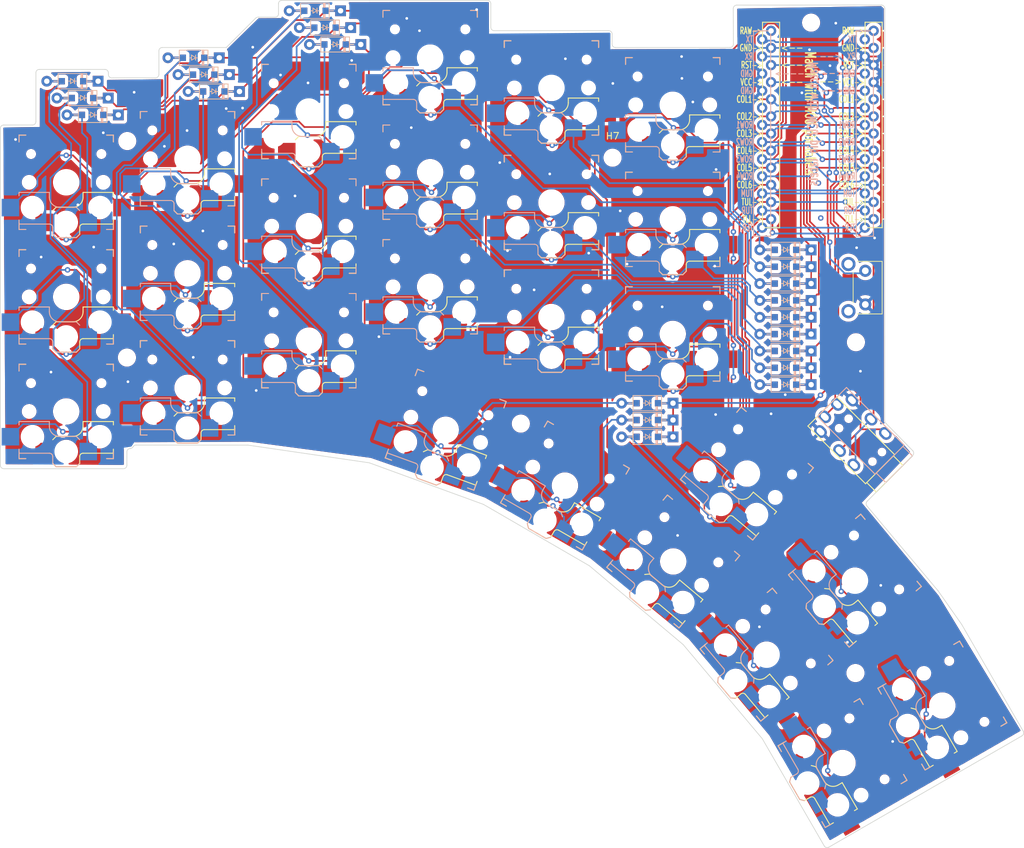
<source format=kicad_pcb>
(kicad_pcb (version 20221018) (generator pcbnew)
  (layers (0 "F.Cu" signal) (31 "B.Cu" signal) (34 "B.Paste" user) (35 "F.Paste" user) (36 "B.SilkS" user "B.Silkscreen") (37 "F.SilkS" user "F.Silkscreen") (38 "B.Mask" user) (39 "F.Mask" user) (44 "Edge.Cuts" user))
  (net 0 "")
  (net 1 "GND")
  (net 2 "Net-(D1-A)")
  (net 3 "row4")
  (net 4 "Net-(D2-A)")
  (net 5 "Net-(D6-A)")
  (net 6 "row1")
  (net 7 "Net-(D10-A)")
  (net 8 "col1")
  (net 9 "Net-(D11-A)")
  (net 10 "row3")
  (net 11 "Net-(D12-A)")
  (net 12 "Net-(D13-A)")
  (net 13 "Net-(D14-A)")
  (net 14 "Net-(D15-A)")
  (net 15 "Net-(D16-A)")
  (net 16 "Net-(D17-A)")
  (net 17 "Net-(D18-A)")
  (net 18 "Net-(D19-A)")
  (net 19 "Net-(D20-A)")
  (net 20 "Net-(D21-A)")
  (net 21 "Net-(D22-A)")
  (net 22 "Net-(D23-A)")
  (net 23 "Net-(D24-A)")
  (net 24 "Net-(D25-A)")
  (net 25 "Net-(D26-A)")
  (net 26 "+3.3V")
  (net 27 "tx")
  (net 28 "rx")
  (net 29 "col2")
  (net 30 "col3")
  (net 31 "col4")
  (net 32 "col5")
  (net 33 "col6")
  (net 34 "reset")
  (net 35 "row2")
  (net 37 "Net-(D9-A)")
  (net 38 "tll")
  (net 39 "tul")
  (net 40 "tlr")
  (net 41 "tur")
  (net 43 "tum")
  (footprint "keyswitches:Kailh_socket_PG1350_reversible" (layer "F.Cu") (at 71.5 80)
    (fp_text reference "SW23" hide)
    (fp_text value "SW_SPST" hide)
  )
  (footprint "keyswitches:Kailh_socket_PG1350_reversible" (layer "F.Cu") (at 53.5 83.5)
    (fp_text reference "SW26" hide)
    (fp_text value "SW_SPST" hide)
  )
  (footprint "keyswitches:Kailh_socket_PG1350_reversible" (layer "F.Cu") (at 183.5 127.14 -60)
    (fp_text reference "SW7" hide)
    (fp_text value "SW_SPST" hide)
  )
  (footprint "various:SW_SKHLLCA010" (layer "F.Cu") (at 170.82 65.13 -90)
    (fp_text reference "RSW1" hide)
    (fp_text value "SW_Push" hide)
  )
  (footprint "various:double_sided_hybrid_sod123_tht" (layer "F.Cu") (at 139.725 87.275 180)
    (fp_text reference "D6" hide)
    (fp_text value "1N4148" hide)
  )
  (footprint "keyswitches:Kailh_socket_PG1350_reversible" (layer "F.Cu") (at 143.5 38)
    (fp_text reference "SW9" hide)
    (fp_text value "SW_SPST" hide)
  )
  (footprint "various:double_sided_hybrid_sod123_tht" (layer "F.Cu") (at 72.4 31.025 180)
    (fp_text reference "D23" hide)
    (fp_text value "1N4148" hide)
  )
  (footprint "MountingHole:MountingHole_2.2mm_M2" (layer "F.Cu") (at 170.61 122.32)
    (fp_text reference "H5" hide)
    (fp_text value "MountingHole" hide)
  )
  (footprint "keyswitches:Kailh_socket_PG1350_reversible" (layer "F.Cu") (at 107.5 31)
    (fp_text reference "SW15" hide)
    (fp_text value "SW_SPST" hide)
  )
  (footprint "various:double_sided_hybrid_sod123_tht" (layer "F.Cu") (at 160.224994 62.025 180)
    (fp_text reference "D12" hide)
    (fp_text value "1N4148" hide)
  )
  (footprint "various:double_sided_hybrid_sod123_tht" (layer "F.Cu") (at 160.225 59.525 180)
    (fp_text reference "D9" hide)
    (fp_text value "1N4148" hide)
  )
  (footprint "keyswitches:Kailh_socket_PG1350_reversible" (layer "F.Cu") (at 154.5 92.72 -40)
    (fp_text reference "SW3" hide)
    (fp_text value "SW_SPST" hide)
  )
  (footprint "various:double_sided_hybrid_sod123_tht" (layer "F.Cu") (at 73.9 33.525 180)
    (fp_text reference "D22" hide)
    (fp_text value "1N4148" hide)
  )
  (footprint "keyswitches:Kailh_socket_PG1350_reversible" (layer "F.Cu") (at 170.53 108.61 -50)
    (fp_text reference "SW5" hide)
    (fp_text value "SW_SPST" hide)
  )
  (footprint "keyswitches:Kailh_socket_PG1350_reversible" (layer "F.Cu") (at 89.5 56)
    (fp_text reference "SW19" hide)
    (fp_text value "SW_SPST" hide)
  )
  (footprint "various:double_sided_hybrid_sod123_tht" (layer "F.Cu") (at 90.4 24.05 180)
    (fp_text reference "D20" hide)
    (fp_text value "1N4148" hide)
  )
  (footprint "various:double_sided_hybrid_sod123_tht" (layer "F.Cu") (at 139.725 82.275 180)
    (fp_text reference "D1" hide)
    (fp_text value "1N4148" hide)
  )
  (footprint "keyswitches:Kailh_socket_PG1350_reversible" (layer "F.Cu") (at 143.5 72)
    (fp_text reference "SW11" hide)
    (fp_text value "SW_SPST" hide)
  )
  (footprint "keyswitches:Kailh_socket_PG1350_reversible" (layer "F.Cu") (at 53.5 66.5)
    (fp_text reference "SW25" hide)
    (fp_text value "SW_SPST" hide)
  )
  (footprint "various:double_sided_hybrid_sod123_tht" (layer "F.Cu") (at 160.225 67.025 180)
    (fp_text reference "D10" hide)
    (fp_text value "1N4148" hide)
  )
  (footprint "MountingHole:MountingHole_2.2mm_M2" (layer "F.Cu") (at 164.03 25.81)
    (fp_text reference "H3" hide)
    (fp_text value "MountingHole")
  )
  (footprint "MountingHole:MountingHole_2.2mm_M2" (layer "F.Cu") (at 62.51 75.51)
    (fp_text reference "H2" hide)
    (fp_text value "MountingHole" hide)
  )
  (footprint "keyswitches:Kailh_socket_PG1350_reversible" (layer "F.Cu") (at 168.69 135.67 -60)
    (fp_text reference "SW6" hide)
    (fp_text value "SW_SPST" hide)
  )
  (footprint "keyswitches:Kailh_socket_PG1350_reversible" (layer "F.Cu") (at 53.5 49.5)
    (fp_text reference "SW24" hide)
    (fp_text value "SW_SPST" hide)
  )
  (footprint "various:double_sided_hybrid_sod123_tht" (layer "F.Cu") (at 91.899993 26.550001 180)
    (fp_text reference "D19" hide)
    (fp_text value "1N4148" hide)
  )
  (footprint "keyswitches:Kailh_socket_PG1350_reversible" (layer "F.Cu") (at 107.5 48)
    (fp_text reference "SW16" hide)
    (fp_text value "SW_SPST" hide)
  )
  (footprint "various:double_sided_hybrid_sod123_tht" (layer "F.Cu") (at 55.925 37 180)
    (fp_text reference "D25" hide)
    (fp_text value "1N4148" hide)
  )
  (footprint "hillside:ProMicro_v2" (layer "F.Cu") (at 165.65 41.5)
    (fp_text reference "U1" hide)
    (fp_text value "ProMicro_r" hide)
  )
  (footprint "keyswitches:Kailh_socket_PG1350_reversible" (layer "F.Cu") (at 107.5 65)
    (fp_text reference "SW17" hide)
    (fp_text value "SW_SPST" hide)
  )
  (footprint "various:double_sided_hybrid_sod123_tht" (layer "F.Cu") (at 160.225 74.525 180)
    (fp_text reference "D17" hide)
    (fp_text value "1N4148" hide)
  )
  (footprint "various:double_sided_hybrid_sod123_tht" (layer "F.Cu") (at 139.725 84.775 180)
    (fp_text reference "D2" hide)
    (fp_text value "1N4148" hide)
  )
  (footprint "keyswitches:Kailh_socket_PG1350_reversible" (layer "F.Cu") (at 71.5 63)
    (fp_text reference "SW22" hide)
    (fp_text value "SW_SPST" hide)
  )
  (footprint "keyswitches:Kailh_socket_PG1350_reversible" (layer "F.Cu") (at 143.5 55)
    (fp_text reference "SW10" hide)
    (fp_text value "SW_SPST" hide)
  )
  (footprint "keyswitches:Kailh_socket_PG1350_reversible" (layer "F.Cu") (at 125.5 52.5)
    (fp_text reference "SW13" hide)
    (fp_text value "SW_SPST" hide)
  )
  (footprint "keyswitches:Kailh_socket_PG1350_reversible" (layer "F.Cu") (at 125.5 69.5)
    (fp_text reference "SW14" hide)
    (fp_text value "SW_SPST" hide)
  )
  (footprint "MountingHole:MountingHole_2.2mm_M2" (layer "F.Cu") (at 170.68 73.23)
    (fp_text reference "H4" hide)
    (fp_text value "MountingHole" hide)
  )
  (footprint "Keebio-Parts:TRRS-PJ-320A" (layer "F.Cu") (at 174.261403 92.070484 -135)
    (fp_text reference "J1")
    (fp_text value "TRRS" hide)
  )
  (footprint "various:double_sided_hybrid_sod123_tht" (layer "F.Cu") (at 160.224994 64.525 180)
    (fp_text reference "D15" hide)
    (fp_text value "1N4148" hide)
  )
  (footprint "keyswitches:Kailh_socket_PG1350_reversible" (layer "F.Cu") (at 127.5 94.5 -30)
    (fp_text reference "SW1" hide)
    (fp_text value "SW_SPST" hide)
  )
  (footprint "various:double_sided_hybrid_sod123_tht" (layer "F.Cu") (at 54.425 34.5 180)
    (fp_text reference "D26" hide)
    (fp_text value "1N4148" hide)
  )
  (footprint "MountingHole:MountingHole_2.2mm_M2" (layer "F.Cu") (at 134.57 45.85)
    (fp_text reference "H7")
    (fp_text value "MountingHole")
  )
  (footprint "various:double_sided_hybrid_sod123_tht" (layer "F.Cu") (at 93.4 29.05 180)
    (fp_text reference "D18" hide)
    (fp_text value "1N4148" hide)
  )
  (footprint "keyswitches:Kailh_socket_PG1350_reversible" (layer "F.Cu") (at 89.5 39)
    (fp_text reference "SW18" hide)
    (fp_text value "SW_SPST" hide)
  )
  (footprint "various:double_sided_hybrid_sod123_tht" (layer "F.Cu") (at 57.425 39.5 180)
    (fp_text reference "D24" hide)
    (fp_text value "1N4148" hide)
  )
  (footprint "keyswitches:Kailh_socket_PG1350_reversible" (layer "F.Cu") (at 71.5 46)
    (fp_text reference "SW21" hide)
    (fp_text value "SW_SPST" hide)
  )
  (footprint "various:double_sided_hybrid_sod123_tht" (layer "F.Cu") (at 160.225 79.525 180)
    (fp_text reference "D11" hide)
    (fp_text value "1N4148" hide)
  )
  (footprint "keyswitches:Kailh_socket_PG1350_reversible" (layer "F.Cu") (at 125.5 35.5)
    (fp_text reference "SW12" hide)
    (fp_text value "SW_SPST" hide)
  )
  (footprint "various:double_sided_hybrid_sod123_tht" (layer "F.Cu") (at 160.225 77.025 180)
    (fp_text reference "D14" hide)
    (fp_text value "1N4148" hide)
  )
  (footprint "MountingHole:MountingHole_2.2mm_M2" (layer "F.Cu") (at 120.96 85.31)
    (fp_text reference "H6" hide)
    (fp_text value "MountingHole" hide)
  )
  (footprint "various:double_sided_hybrid_sod123_tht" (layer "F.Cu") (at 160.225 69.525 180)
    (fp_text reference "D13" hide)
    (fp_text value "1N4148" hide)
  )
  (footprint "various:double_sided_hybrid_sod123_tht" (layer "F.Cu") (at 160.217875 72.025 180)
    (fp_text reference "D16" hide)
    (fp_text value "1N4148" hide)
  )
  (footprint "keyswitches:Kailh_socket_PG1350_reversible" (layer "F.Cu") (at 89.5 73)
    (fp_text reference "SW20" hide)
    (fp_text value "SW_SPST" hide)
  )
  (footprint "various:double_sided_hybrid_sod123_tht" (layer "F.Cu") (at 75.4 36.025 180)
    (fp_text reference "D21" hide)
    (fp_text value "1N4148" hide)
  )
  (footprint "keyswitches:Kailh_socket_PG1350_reversible" (layer "F.Cu") (at 109.811213 86.219067 -20)
    (fp_text reference "SW8" hide)
    (fp_text value "SW_SPST" hide)
  )
  (footprint "MountingHole:MountingHole_2.2mm_M2" (layer "F.Cu") (at 62.56 43.38)
    (fp_text reference "H1" hide)
    (fp_text value "MountingHole" hide)
  )
  (footprint "keyswitches:Kailh_socket_PG1350_reversible" (layer "F.Cu") (at 143.57 105.76 -40)
    (fp_text reference "SW2" hide)
    (fp_text value "SW_SPST" hide)
  )
  (footprint "keyswitches:Kailh_socket_PG1350_reversible" (layer "F.Cu") (at 157.42 119.59 -50)
    (fp_text reference "SW4" hide)
    (fp_text value "SW_SPST" hide)
  )
  (footprint "Keebio-Parts:TRRS-PJ-320A" (layer "B.Cu") (at 175.675614 90.656269 45)
    (fp_text reference "J2")
    (fp_text value "TRRS")
  )
  (gr_line (start 164.025 64.6) (end 164.075 59.45) (stroke (width 0.2)) (layer "F.Cu"))
  (gr_line (start 44.25 92) (end 62 92) (stroke (width 0.1)) (layer "Edge.Cuts"))
  (gr_line (start 59.25 32.75) (end 49.5 32.75) (stroke (width 0.1)) (layer "Edge.Cuts"))
  (gr_line (start 156.804236 132.093207) (end 166.004236 148.018207) (stroke (width 0.1)) (layer "Edge.Cuts"))
  (gr_line (start 81.600001 25.150001) (end 77.25 29.5) (stroke (width 0.1)) (layer "Edge.Cuts"))
  (gr_line (start 77.25 29.5) (end 67.75 29.5) (stroke (width 0.1)) (layer "Edge.Cuts"))
  (gr_line (start 179.14 89.36) (end 175.159745 85.290262) (stroke (width 0.1)) (layer "Edge.Cuts"))
  (gr_arc (start 49 33.25) (mid 49.146447 32.896447) (end 49.5 32.75) (stroke (width 0.1)) (layer "Edge.Cuts"))
  (gr_arc (start 59.25 32.75) (mid 59.603553 32.896447) (end 59.75 33.25) (stroke (width 0.1)) (layer "Edge.Cuts"))
  (gr_arc (start 49 40.5) (mid 48.853553 40.853553) (end 48.5 41) (stroke (width 0.1)) (layer "Edge.Cuts"))
  (gr_line (start 116 22.5) (end 98.525 22.5) (stroke (width 0.1)) (layer "Edge.Cuts"))
  (gr_line (start 134 27) (end 117 27) (stroke (width 0.1)) (layer "Edge.Cuts"))
  (gr_line (start 66.75 34) (end 60.25 34) (stroke (width 0.1)) (layer "Edge.Cuts"))
  (gr_line (start 116.5 26.475) (end 116.5 23) (stroke (width 0.1)) (layer "Edge.Cuts"))
  (gr_arc (start 67.25 30) (mid 67.396447 29.646447) (end 67.75 29.5) (stroke (width 0.1)) (layer "Edge.Cuts"))
  (gr_line (start 174.43876 23.196239) (end 153 23.21) (stroke (width 0.1)) (layer "Edge.Cuts"))
  (gr_arc (start 63.40904 88.755318) (mid 63.226549 88.936235) (end 62.978553 89.003552) (stroke (width 0.1)) (layer "Edge.Cuts"))
  (gr_arc (start 135 29.5) (mid 134.646447 29.353553) (end 134.5 29) (stroke (width 0.1)) (layer "Edge.Cuts"))
  (gr_line (start 152.000003 29.494974) (end 135 29.5) (stroke (width 0.1)) (layer "Edge.Cuts"))
  (gr_line (start 80.475 88.5) (end 98.475 91.125) (stroke (width 0.1)) (layer "Edge.Cuts"))
  (gr_arc (start 85 23) (mid 85.146447 22.646447) (end 85.5 22.5) (stroke (width 0.1)) (layer "Edge.Cuts"))
  (gr_line (start 48.5 41) (end 44.225 41) (stroke (width 0.1)) (layer "Edge.Cuts"))
  (gr_arc (start 174.43876 23.196239) (mid 174.81 23.35) (end 174.963757 23.72124) (stroke (width 0.1)) (layer "Edge.Cuts"))
  (gr_arc (start 85 24.5) (mid 84.853553 24.853553) (end 84.5 25) (stroke (width 0.1)) (layer "Edge.Cuts"))
  (gr_line (start 166.625 148.175) (end 195.266067 131.667687) (stroke (width 0.1)) (layer "Edge.Cuts"))
  (gr_arc (start 60.25 34) (mid 59.896447 33.853553) (end 59.75 33.5) (stroke (width 0.1)) (layer "Edge.Cuts"))
  (gr_arc (start 81.600001 25.150001) (mid 81.784011 25.027154) (end 82.003155 24.996708) (stroke (width 0.1)) (layer "Edge.Cuts"))
  (gr_line (start 115.425 97.3) (end 131.125 106.4) (stroke (width 0.1)) (layer "Edge.Cuts"))
  (gr_arc (start 134 27) (mid 134.353553 27.146447) (end 134.5 27.5) (stroke (width 0.1)) (layer "Edge.Cuts"))
  (gr_line (start 174.963757 23.72124) (end 174.95261 84.820019) (stroke (width 0.1)) (layer "Edge.Cuts"))
  (gr_arc (start 43.725 41.5) (mid 43.871447 41.146447) (end 44.225 41) (stroke (width 0.1)) (layer "Edge.Cuts"))
  (gr_line (start 98.475 91.125) (end 115.425 97.3) (stroke (width 0.1)) (layer "Edge.Cuts"))
  (gr_line (start 59.75 33.5) (end 59.75 33.25) (stroke (width 0.1)) (layer "Edge.Cuts"))
  (gr_arc (start 172.317828 97.527465) (mid 172.196998 97.144245) (end 172.382535 96.787828) (stroke (width 0.1)) (layer "Edge.Cuts"))
  (gr_line (start 63.85 88.495704) (end 80.475 88.5) (stroke (width 0.1)) (layer "Edge.Cuts"))
  (gr_line (start 84.5 25) (end 82.003155 24.996708) (stroke (width 0.1)) (layer "Edge.Cuts"))
  (gr_arc (start 175.159745 85.290262) (mid 175.006692 85.076938) (end 174.95261 84.820019) (stroke (width 0.1)) (layer "Edge.Cuts"))
  (gr_arc (start 166.675 148.15) (mid 166.314904 148.209885) (end 166.004236 148.018207) (stroke (width 0.1)) (layer "Edge.Cuts"))
  (gr_line (start 62.5 91.5) (end 62.503553 89.503553) (stroke (width 0.1)) (layer "Edge.Cuts"))
  (gr_arc (start 117 27) (mid 116.646447 26.853553) (end 116.5 26.5) (stroke (width 0.1)) (layer "Edge.Cuts"))
  (gr_line (start 152.494974 28.999997) (end 152.475 23.735) (stroke (width 0.1)) (layer "Edge.Cuts"))
  (gr_line (start 98.525 22.5) (end 85.5 22.5) (stroke (width 0.1)) (layer "Edge.Cuts"))
  (gr_line (start 186.37 115.1) (end 195.52 130.97) (stroke (width 0.1)) (layer "Edge.Cuts"))
  (gr_arc (start 62.503553 89.503553) (mid 62.65 89.15) (end 63.003553 89.003553) (stroke (width 0.1)) (layer "Edge.Cuts"))
  (gr_arc (start 152.475 23.735) (mid 152.628769 23.363769) (end 153 23.21) (stroke (width 0.1)) (layer "Edge.Cuts"))
  (gr_arc (start 179.129169 89.346781) (mid 179.25 89.73) (end 179.064464 90.086418) (stroke (width 0.1)) (layer "Edge.Cuts"))
  (gr_arc (start 67.25 33.5) (mid 67.103553 33.853553) (end 66.75 34) (stroke (width 0.1)) (layer "Edge.Cuts"))
  (gr_arc (start 116 22.5) (mid 116.353553 22.646447) (end 116.5 23) (stroke (width 0.1)) (layer "Edge.Cuts"))
  (gr_line (start 134.5 29) (end 134.5 27.5) (stroke (width 0.1)) (layer "Edge.Cuts"))
  (gr_arc (start 62.5 91.5) (mid 62.353553 91.853553) (end 62 92) (stroke (width 0.1)) (layer "Edge.Cuts"))
  (gr_line (start 131.125 106.4) (end 145.05 118.1) (stroke (width 0.1)) (layer "Edge.Cuts"))
  (gr_line (start 67.25 30) (end 67.25 33.5) (stroke (width 0.1)) (layer "Edge.Cuts"))
  (gr_line (start 49 33.25) (end 49 40.5) (stroke (width 0.1)) (layer "Edge.Cuts"))
  (gr_arc (start 195.52 130.97) (mid 195.537529 131.371435) (end 195.266067 131.667687) (stroke (width 0.1)) (layer "Edge.Cuts"))
  (gr_line (start 182.887828 110.137465) (end 172.317828 97.527465) (stroke (width 0.1)) (layer "Edge.Cuts"))
  (gr_line (start 145.05 118.1) (end 156.775 132.05) (stroke (width 0.1)) (layer "Edge.Cuts"))
  (gr_arc (start 152.494974 28.999997) (mid 152.350002 29.349997) (end 152.000003 29.494974) (stroke (width 0.1)) (layer "Edge.Cuts"))
  (gr_line (start 43.725 41.5) (end 43.725 91.475) (stroke (width 0.1)) (layer "Edge.Cuts"))
  (gr_line (start 186.37 115.1) (end 182.81 110.03) (stroke (width 0.1)) (layer "Edge.Cuts"))
  (gr_line (start 172.382535 96.787828) (end 179.064464 90.086418) (stroke (width 0.1)) (layer "Edge.Cuts"))
  (gr_line (start 85 23) (end 85 24.5) (stroke (width 0.1)) (layer "Edge.Cuts"))
  (gr_arc (start 63.40904 88.755318) (mid 63.594146 88.565427) (end 63.85 88.495704) (stroke (width 0.1)) (layer "Edge.Cuts"))
  (gr_arc (start 44.25 92) (mid 43.878769 91.846231) (end 43.725 91.475) (stroke (width 0.1)) (layer "Edge.Cuts"))
  (via (at 165.12 49.61) (size 0.8) (drill 0.4) (layers "F.Cu" "B.Cu") (net 0))
  (via (at 165.46 54.8) (size 0.8) (drill 0.4) (layers "F.Cu" "B.Cu") (net 0))
  (segment (start 173.45 57.76) (end 173.4 57.76) (width 0.25) (layer "F.Cu") (net 1))
  (segment (start 174.3934 31.1934) (end 174.3934 56.7666) (width 0.25) (layer "F.Cu") (net 1))
  (segment (start 166.17 32.2) (end 163.79 29.82) (width 0.25) (layer "F.Cu") (net 1))
  (segment (start 174.14 30.94) (end 174.3934 31.1934) (width 0.25) (layer "F.Cu") (net 1))
  (segment (start 174.3934 56.7666) (end 173.45 57.71) (width 0.25) (layer "F.Cu") (net 1))
  (segment (start 167.69 25.92) (end 167.69 25.89) (width 0.25) (layer "F.Cu") (net 1))
  (segment (start 163.79 29.82) (end 167.69 25.92) (width 0.25) (layer "F.Cu") (net 1))
  (segment (start 174.49 26.25) (end 174.01 25.77) (width 0.25) (layer "F.Cu") (net 1))
  (segment (start 173.45 57.71) (end 173.45 57.76) (width 0.25) (layer "F.Cu") (net 1))
  (segment (start 174.032 30.832) (end 174.14 30.94) (width 0.25) (layer "F.Cu") (net 1))
  (segment (start 173.4 57.76) (end 173.36 57.8) (width 0.25) (layer "F.Cu") (net 1))
  (segment (start 172 30.832) (end 174.032 30.832) (width 0.25) (layer "F.Cu") (net 1))
  (segment (start 174.49 30.59) (end 174.49 26.25) (width 0.25) (layer "F.Cu") (net 1))
  (segment (start 174.14 30.94) (end 174.49 30.59) (width 0.25) (layer "F.Cu") (net 1))
  (segment (start 166.83 32.2) (end 166.17 32.2) (width 0.25) (layer "F.Cu") (net 1))
  (via (at 117.83 46.58) (size 0.8) (drill 0.4) (layers "F.Cu" "B.Cu") (net 1))
  (via (at 81.69 80.39) (size 0.8) (drill 0.4) (layers "F.Cu" "B.Cu") (net 1))
  (via (at 127.57 31.17) (size 0.8) (drill 0.4) (layers "F.Cu" "B.Cu") (net 1))
  (via (at 158.09 83.85) (size 0.8) (drill 0.4) (layers "F.Cu" "B.Cu") (net 1))
  (via (at 62.66 79.09) (size 0.8) (drill 0.4) (layers "F.Cu" "B.Cu") (net 1))
  (via (at 104.03 25.18) (size 0.8) (drill 0.4) (layers "F.Cu" "B.Cu") (net 1))
  (via (at 144.86 34.08) (size 0.8) (drill 0.4) (layers "F.Cu" "B.Cu") (net 1))
  (via (at 131.03 60.01) (size 0.8) (drill 0.4) (layers "F.Cu" "B.Cu") (net 1))
  (via (at 136.72 61.63) (size 0.8) (drill 0.4) (layers "F.Cu" "B.Cu") (net 1))
  (via (at 115.3 86.11) (size 0.8) (drill 0.4) (layers "F.Cu" "B.Cu") (net 1))
  (via (at 122.93 65.46) (size 0.8) (drill 0.4) (layers "F.Cu" "B.Cu") (net 1))
  (via (at 57.58 59.11) (size 0.8) (drill 0.4) (layers "F.Cu" "B.Cu") (net 1))
  (via (at 73.78 56.72) (size 0.8) (drill 0.4) (layers "F.Cu" "B.Cu") (net 1))
  (via (at 63.58 36.14) (size 0.8) (drill 0.4) (layers "F.Cu" "B.Cu") (net 1))
  (via (at 162.66 36.22) (size 0.8) (drill 0.4) (layers "F.Cu" "B.Cu") (net 1))
  (via (at 95.86 31.42) (size 0.8) (drill 0.4) (layers "F.Cu" "B.Cu") (net 1))
  (via (at 59 42.15) (size 0.8) (drill 0.4) (layers "F.Cu" "B.Cu") (net 1))
  (via (at 77.24 38.56) (size 0.8) (drill 0.4) (layers "F.Cu" "B.Cu") (net 1))
  (via (at 171.35 77.53) (size 0.8) (drill 0.4) (layers "F.Cu" "B.Cu") (net 1))
  (via (at 160.19 81.02) (size 0.8) (drill 0.4) (layers "F.Cu" "B.Cu") (net 1))
  (via (at 119.36 75.45) (size 0.8) (drill 0.4) (layers "F.Cu" "B.Cu") (net 1))
  (via (at 144.81 30.84) (size 0.8) (drill 0.4) (layers "F.Cu" "B.Cu") (net 1))
  (via (at 125.25 48.26) (size 0.8) (drill 0.4) (layers "F.Cu" "B.Cu") (net 1))
  (via (at 79.67 38.48) (size 0.8) (drill 0.4) (layers "F.Cu" "B.Cu") (net 1))
  (via (at 87.45 51.52) (size 0.8) (drill 0.4) (layers "F.Cu" "B.Cu") (net 1))
  (via (at 114.4 23.87) (size 0.8) (drill 0.4) (layers "F.Cu" "B.Cu") (net 1))
  (via (at 81.18 29.45) (size 0.8) (drill 0.4) (layers "F.Cu" "B.Cu") (net 1))
  (via (at 149.93 47.6) (size 0.8) (drill 0.4) (layers "F.Cu" "B.Cu") (net 1))
  (via (at 51.24 77.66) (size 0.8) (drill 0.4) (layers "F.Cu" "B.Cu") (net 1))
  (via (at 144.22 101.9) (size 0.8) (drill 0.4) (layers "F.Cu" "B.Cu") (net 1))
  (via (at 167.69 25.89) (size 0.8) (drill 0.4) (layers "F.Cu" "B.Cu") (net 1))
  (via (at 141.93 67.98) (size 0.8) (drill 0.4) (layers "F.Cu" "B.Cu") (net 1))
  (via (at 170.78 59.21) (size 0.8) (drill 0.4) (layers "F.Cu" "B.Cu") (net 1))
  (via (at 134.61 34.83) (size 0.8) (drill 0.4) (layers "F.Cu" "B.Cu") (net 1))
  (via (at 163.79 29.82) (size 0.8) (drill 0.4) (layers "F.Cu" "B.Cu") (net 1))
  (via (at 169.42 117.75) (size 0.8) (drill 0.4) (layers "F.Cu" "B.Cu") (net 1))
  (via (at 71.43 41.82) (size 0.8) (drill 0.4) (layers "F.Cu" "B.Cu") (net 1))
  (via (at 170.44 31.15) (size 0.8) (drill 0.4) (layers "F.Cu" "B.Cu") (net 1))
  (via (at 173.45 57.76) (size 0.8) (drill 0.4) (layers "F.Cu" "B.Cu") (net 1))
  (via (at 45.98 43.15) (size 0.8) (drill 0.4) (layers "F.Cu" "B.Cu") (net 1))
  (via (at 72.35 75.47) (size 0.8) (drill 0.4) (layers "F.Cu" "B.Cu") (net 1))
  (via (at 166.83 32.2) (size 0.8) (drill 0.4) (layers "F.Cu" "B.Cu") (net 1))
  (via (at 118.98 59.65) (size 0.8) (drill 0.4) (layers "F.Cu" "B.Cu") (net 1))
  (via (at 89.38 34.75) (size 0.8) (drill 0.4) (layers "F.Cu" "B.Cu") (net 1))
  (via (at 156.36 115.46) (size 0.8) (drill 0.4) (layers "F.Cu" "B.Cu") (net 1))
  (via (at 146.48 37.58) (size 0.8) (drill 0.4) (layers "F.Cu" "B.Cu") (net 1))
  (via (at 49.78 60.59) (size 0.8) (drill 0.4) (layers "F.Cu" "B.Cu") (net 1))
  (via (at 99.9 72.41) (size 0.8) (drill 0.4) (layers "F.Cu" "B.Cu") (net 1))
  (via (at 149.73 61.93) (size 0.8) (drill 0.4) (layers "F.Cu" "B.Cu") (net 1))
  (via (at 104.7 41.39) (size 0.8) (drill 0.4) (layers "F.Cu" "B.Cu") (net 1))
  (via (at 154.16 49.01) (size 0.8) (drill 0.4) (layers "F.Cu" "B.Cu") (net 1))
  (via (at 149.86 83.96) (size 0.8) (drill 0.4) (layers "F.Cu" "B.Cu") (net 1))
  (via (at 69.46 58.65) (size 0.8) (drill 0.4) (layers "F.Cu" "B.Cu") (net 1))
  (via (at 174.37 109.31) (size 0.8) (drill 0.4) (layers "F.Cu" "B.Cu") (net 1))
  (via (at 85.3 33.58) (size 0.8) (drill 0.4) (layers "F.Cu" "B.Cu") (net 1))
  (via (at 55.23 52.84) (size 0.8) (drill 0.4) (layers "F.Cu" "B.Cu") (net 1))
  (via (at 135.7 53.74) (size 0.8) (drill 0.4) (layers "F.Cu" "B.Cu") (net 1))
  (via (at 68.07 44.16) (size 0.8) (drill 0.4) (layers "F.Cu" "B.Cu") (net 1))
  (via (at 176.13 132.47) (size 0.8) (drill 0.4) (layers "F.Cu" "B.Cu") (net 1))
  (via (at 105.92 27.01) (size 0.8) (drill 0.4) (layers "F.Cu" "B.Cu") (net 1))
  (segment (start 172 30.832) (end 170.988 29.82) (width 0.25) (layer "B.Cu") (net 1))
  (segment (start 173.3064 32.102) (end 171.512 32.102) (width 0.25) (layer "B.Cu") (net 1))
  (segment (start 170.988 29.82) (end 169.23 29.82) (width 0.25) (layer "B.Cu") (net 1))
  (segment (start 163.532 29.562) (end 163.79 29.82) (width 0.25) (layer "B.Cu") (net 1))
  (segment (start 169.23 29.82) (end 163.79 29.82) (width 0.25) (layer "B.Cu") (net 1))
  (segment (start 158.0864 29.562) (end 155.398 29.562) (width 0.25) (layer "B.Cu") (net 1))
  (segment (start 158.0864 29.562) (end 163.532 29.562) (width 0.25) (layer "B.Cu") (net 1))
  (segment (start 171.512 32.102) (end 169.23 29.82) (width 0.25) (layer "B.Cu") (net 1))
  (segment (start 104.6987 90.690122) (end 105.788822 89.6) (width 0.25) (layer "F.Cu") (net 2))
  (segment (start 105.788822 89.6) (end 108.65 89.6) (width 0.25) (layer "F.Cu") (net 2))
  (via (at 108.65 89.6) (size 0.8) (drill 0.4) (layers "F.Cu" "B.Cu") (net 2))
  (segment (start 116.739806 82.24) (end 135.93 82.24) (width 0.25) (layer "B.Cu") (net 2))
  (segment (start 115.282593 84.418193) (end 115.282593 83.697213) (width 0.25) (layer "B.Cu") (net 2))
  (segment (start 110.853686 92.930354) (end 110.853686 88.8471) (width 0.25) (layer "B.Cu") (net 2))
  (segment (start 110.853686 92.930354) (end 110.853686 91.803686) (width 0.25) (layer "B.Cu") (net 2))
  (segment (start 110.853686 88.8471) (end 115.282593 84.418193) (width 0.25) (layer "B.Cu") (net 2))
  (segment (start 110.853686 91.803686) (end 108.65 89.6) (width 0.25) (layer "B.Cu") (net 2))
  (segment (start 110.853686 92.930354) (end 110.853686 93.065669) (width 0.25) (layer "B.Cu") (net 2))
  (segment (start 115.282593 83.697213) (end 116.739806 82.24) (width 0.25) (layer "B.Cu") (net 2))
  (segment (start 164.5 47.9) (end 163.85 48.55) (width 0.25) (layer "F.Cu") (net 3))
  (segment (start 165.058 47.342) (end 173.3064 47.342) (width 0.25) (layer "F.Cu") (net 3))
  (segment (start 164.5 47.9) (end 165.058 47.342) (width 0.25) (layer "F.Cu") (net 3))
  (segment (start 163.85 55.327452) (end 166.07 57.547452) (width 0.25) (layer "F.Cu") (net 3))
  (segment (start 143.55 87.24) (end 143.55 82.24) (width 0.25) (layer "F.Cu") (net 3))
  (segment (start 166.07 57.547452) (end 166.07 80.44) (width 0.25) (layer "F.Cu") (net 3))
  (segment (start 166.07 80.44) (end 165.42 81.09) (width 0.25) (layer "F.Cu") (net 3))
  (segment (start 163.85 48.55) (end 163.85 55.327452) (width 0.25) (layer "F.Cu") (net 3))
  (via (at 164.5 47.9) (size 0.8) (drill 0.4) (layers "F.Cu" "B.Cu") (net 3))
  (via (at 165.42 81.09) (size 0.8) (drill 0.4) (layers "F.Cu" "B.Cu") (net 3))
  (segment (start 164.27 82.24) (end 165.42 81.09) (width 0.25) (layer "B.Cu") (net 3))
  (segment (start 165.42 81.27) (end 165.42 81.09) (width 0.25) (layer "B.Cu") (net 3))
  (segment (start 156.76 48.612) (end 163.788 48.612) (width 0.25) (layer "B.Cu") (net 3))
  (segment (start 163.788 48.612) (end 164.5 47.9) (width 0.25) (layer "B.Cu") (net 3))
  (segment (start 143.55 82.24) (end 164.27 82.24) (width 0.25) (layer "B.Cu") (net 3))
  (segment (start 121.688767 98.015351) (end 122.204118 97.5) (width 0.25) (layer "F.Cu") (net 4))
  (segment (start 122.204118 97.5) (end 125.725 97.5) (width 0.25) (layer "F.Cu") (net 4))
  (via (at 125.725 97.5) (size 0.8) (drill 0.4) (layers "F.Cu" "B.Cu") (net 4))
  (segment (start 133.250353 85.939647) (end 134.45 84.74) (width 0.25) (layer "B.Cu") (net 4))
  (segment (start 126.651584 102) (end 127.361233 101.290351) (width 0.25) (layer "B.Cu") (net 4))
  (segment (start 127.361233 101.290351) (end 127.361233 99.136233) (width 0.25) (layer "B.Cu") (net 4))
  (segment (start 134.45 84.74) (end 135.93 84.74) (width 0.25) (layer "B.Cu") (net 4))
  (segment (start 133.250353 94.300719) (end 133.250353 85.939647) (width 0.25) (layer "B.Cu") (net 4))
  (segment (start 127.361233 101.290351) (end 127.361233 100.189839) (width 0.25) (layer "B.Cu") (net 4))
  (segment (start 127.361233 99.136233) (end 125.725 97.5) (width 0.25) (layer "B.Cu") (net 4))
  (segment (start 127.361233 100.189839) (end 133.250353 94.300719) (width 0.25) (layer "B.Cu") (net 4))
  (segment (start 148.166618 98.286618) (end 148.166618 95.172835) (width 0.25) (layer "F.Cu") (net 5))
  (segment (start 149 99.12) (end 148.166618 98.286618) (width 0.25) (layer "F.Cu") (net 5))
  (via (at 149 99.12) (size 0.8) (drill 0.4) (layers "F.Cu" "B.Cu") (net 5))
  (segment (start 152.567303 100) (end 153.184209 99.383094) (width 0.25) (layer "B.Cu") (net 5))
  (segment (start 149 99.12) (end 137.12 87.24) (width 0.25) (layer "B.Cu") (net 5))
  (segment (start 137.12 87.24) (end 135.93 87.24) (width 0.25) (layer "B.Cu") (net 5))
  (segment (start 149.88 100) (end 152.567303 100) (width 0.25) (layer "B.Cu") (net 5))
  (segment (start 149 99.12) (end 149.224036 99.344036) (width 0.25) (layer "B.Cu") (net 5))
  (segment (start 149 99.12) (end 149.88 100) (width 0.25) (layer "B.Cu") (net 5))
  (segment (start 164.19 41.03) (end 165.498 39.722) (width 0.25) (layer "F.Cu") (net 6))
  (segment (start 134.616096 32.4797) (end 149.266886 32.4797) (width 0.25) (layer "F.Cu") (net 6))
  (segment (start 159.4 40.311651) (end 158.719651 40.992) (width 0.25) (layer "F.Cu") (net 6))
  (segment (start 154.918001 36.732) (end 155.673 35.977001) (width 0.25) (layer "F.Cu") (net 6))
  (segment (start 62.065 38.67) (end 67.990405 38.67) (width 0.25) (layer "F.Cu") (net 6))
  (segment (start 113.92008 29.55) (end 131.686396 29.55) (width 0.25) (layer "F.Cu") (net 6))
  (segment (start 100.50492 30.125) (end 102.61942 28.0105) (width 0.25) (layer "F.Cu") (net 6))
  (segment (start 61.235 39.5) (end 62.065 38.67) (width 0.25) (layer "F.Cu") (net 6))
  (segment (start 93.075 30.95) (end 94.975 29.05) (width 0.25) (layer "F.Cu") (net 6))
  (segment (start 158.719651 40.992) (end 156.76 40.992) (width 0.25) (layer "F.Cu") (net 6))
  (segment (start 97.21 29.05) (end 98.285 30.125) (width 0.25) (layer "F.Cu") (net 6))
  (segment (start 162.5 42.72) (end 162.5 57.500244) (width 0.25) (layer "F.Cu") (net 6))
  (segment (start 164.19 41.03) (end 162.5 42.72) (width 0.25) (layer "F.Cu") (net 6))
  (segment (start 69.270405 37.39) (end 75.61 37.39) (width 0.25) (layer "F.Cu") (net 6))
  (segment (start 163.651729 58.651973) (end 163.651729 59.269841) (width 0.25) (layer "F.Cu") (net 6))
  (segment (start 155.673 27.841749) (end 157.579749 25.935) (width 0.25) (layer "F.Cu") (net 6))
  (segment (start 158.61 25.935) (end 159.4 26.725) (width 0.25) (layer "F.Cu") (net 6))
  (segment (start 159.4 26.725) (end 159.4 40.311651) (width 0.25) (layer "F.Cu") (net 6))
  (segment (start 112.38058 28.0105) (end 113.92008 29.55) (width 0.25) (layer "F.Cu") (net 6))
  (segment (start 164.31 59.5) (end 164.31 59.310244) (width 0.25) (layer "F.Cu") (net 6))
  (segment (start 149.266886 32.4797) (end 153.519187 36.732) (width 0.25) (layer "F.Cu") (net 6))
  (segment (start 165.498 39.722) (end 173.3064 39.722) (width 0.25) (layer "F.Cu") (net 6))
  (segment (start 164.309994 59.500006) (end 164.31 59.5) (width 0.25) (layer "F.Cu") (net 6))
  (segment (start 84.285 30.95) (end 93.075 30.95) (width 0.25) (layer "F.Cu") (net 6))
  (segment (start 98.285 30.125) (end 100.50492 30.125) (width 0.25) (layer "F.Cu") (net 6))
  (segment (start 67.990405 38.67) (end 69.270405 37.39) (width 0.25) (layer "F.Cu") (net 6))
  (segment (start 157.579749 25.935) (end 158.61 25.935) (width 0.25) (layer "F.Cu") (net 6))
  (segment (start 131.686396 29.55) (end 134.616096 32.4797) (width 0.25) (layer "F.Cu") (net 6))
  (segment (start 102.61942 28.0105) (end 112.38058 28.0105) (width 0.25) (layer "F.Cu") (net 6))
  (segment (start 155.673 35.977001) (end 155.673 27.841749) (width 0.25) (layer "F.Cu") (net 6))
  (segment (start 153.519187 36.732) (end 154.918001 36.732) (width 0.25) (layer "F.Cu") (net 6))
  (segment (start 163.651729 59.269841) (end 163.649288 59.521255) (width 0.25) (layer "F.Cu") (net 6))
  (segment (start 75.61 37.39) (end 76.975 36.025) (width 0.25) (layer "F.Cu") (net 6))
  (segment (start 79.21 36.025) (end 84.285 30.95) (width 0.25) (layer "F.Cu") (net 6))
  (segment (start 162.5 57.500244) (end 163.651729 58.651973) (width 0.25) (layer "F.Cu") (net 6))
  (via (at 164.19 41.03) (size 0.8) (drill 0.4) (layers "F.Cu" "B.Cu") (net 6))
  (segment (start 164.19 41.03) (end 164.152 40.992) (width 0.25) (layer "B.Cu") (net 6))
  (segment (start 164.152 40.992) (end 156.76 40.992) (width 0.25) (layer "B.Cu") (net 6))
  (segment (start 140.225 60.95) (end 140.504999 60.95) (width 0.25) (layer "F.Cu") (net 7))
  (segment (start 143.5 63.5) (end 142.775 63.5) (width 0.25) (layer "F.Cu") (net 7))
  (segment (start 142.775 63.5) (end 140.225 60.95) (width 0.25) (layer "F.Cu") (net 7))
  (via (at 143.5 63.5) (size 0.8) (drill 0.4) (layers "F.Cu" "B.Cu") (net 7))
  (segment (start 156.380006 67) (end 154.982131 65.602125) (width 0.25) (layer "B.Cu") (net 7))
  (segment (start 149.6 63.775) (end 146.775 60.95) (width 0.25) (layer "B.Cu") (net 7))
  (segment (start 153.911396 63.775) (end 149.6 63.775) (width 0.25) (layer "B.Cu") (net 7))
  (segment (start 143.5 63.5) (end 144.225 63.5) (width 0.25) (layer "B.Cu") (net 7))
  (segment (start 154.982131 65.602125) (end 154.982131 64.845735) (width 0.25) (layer "B.Cu") (net 7))
  (segment (start 144.225 63.5) (end 146.775 60.95) (width 0.25) (layer "B.Cu") (net 7))
  (segment (start 154.982131 64.845735) (end 153.911396 63.775) (width 0.25) (layer "B.Cu") (net 7))
  (segment (start 143.6 41.4) (end 145.49835 41.4) (width 0.25) (layer "F.Cu") (net 8))
  (segment (start 149.9 56.875) (end 151.775 58.75) (width 0.25) (layer "F.Cu") (net 8))
  (segment (start 144.625 73.875) (end 149.9 73.875) (width 0.25) (layer "F.Cu") (net 8))
  (segment (start 149.9 73.875) (end 151.775 75.75) (width 0.25) (layer "F.Cu") (net 8))
  (segment (start 159.939144 95.049144) (end 151.76 86.87) (width 0.25) (layer "F.Cu") (net 8))
  (segment (start 156.492749 49.882) (end 158.0864 49.882) (width 0.25) (layer "F.Cu") (net 8))
  (segment (start 154.6695 94.8095) (end 158.428564 98.568564) (width 0.25) (layer "F.Cu") (net 8))
  (segment (start 159.939144 99.401154) (end 159.939144 95.049144) (width 0.25) (layer "F.Cu") (net 8))
  (segment (start 151.775 86.855) (end 151.775 75.75) (width 0.25) (layer "F.Cu") (net 8))
  (segment (start 152.08 94.43) (end 152.4595 94.8095) (width 0.25) (layer "F.Cu") (net 8))
  (segment (start 147.72335 43.625) (end 149.9 43.625) (width 0.25) (layer "F.Cu") (net 8))
  (segment (start 149.9 43.625) (end 151.775 41.75) (width 0.25) (layer "F.Cu") (net 8))
  (segment (start 151.775 58.75) (end 151.775 41.75) (width 0.25) (layer "F.Cu") (net 8))
  (segment (start 143.5 75) (end 144.625 73.875) (width 0.25) (layer "F.Cu") (net 8))
  (segment (start 151.76 86.87) (end 151.775 86.855) (width 0.25) (layer "F.Cu") (net 8))
  (segment (start 171.2755 50.4275) (end 172 51.152) (width 0.25) (layer "F.Cu") (net 8))
  (segment (start 144.625 56.875) (end 149.9 56.875) (width 0.25) (layer "F.Cu") (net 8))
  (segment (start 158.428564 100.911734) (end 159.939144 99.401154) (width 0.25) (layer "F.Cu") (net 8))
  (segment (start 143.5 58) (end 144.625 56.875) (width 0.25) (layer "F.Cu") (net 8))
  (segment (start 169.7 50.4275) (end 171.2755 50.4275) (width 0.25) (layer "F.Cu") (net 8))
  (segment (start 158.428564 98.568564) (end 158.428564 100.911734) (width 0.25) (layer "F.Cu") (net 8))
  (segment (start 151.775 75.75) (end 151.775 58.75) (width 0.25) (layer "F.Cu") (net 8))
  (segment (start 151.775 54.599749) (end 156.492749 49.882) (width 0.25) (layer "F.Cu") (net 8))
  (segment (start 151.775 58.75) (end 151.775 54.599749) (width 0.25) (layer "F.Cu") (net 8))
  (segment (start 152.4595 94.8095) (end 154.6695 94.8095) (width 0.25) (layer "F.Cu") (net 8))
  (segment (start 145.49835 41.4) (end 147.72335 43.625) (width 0.25) (layer "F.Cu") (net 8))
  (via (at 143.5 58) (size 0.8) (drill 0.4) (layers "F.Cu" "B.Cu") (net 8))
  (via (at 143.5 75) (size 0.8) (drill 0.4) (layers "F.Cu" "B.Cu") (net 8))
  (via (at 152.08 94.43) (size 0.8) (drill 0.4) (layers "F.Cu" "B.Cu") (net 8))
  (via (at 143.6 41.4) (size 0.8) (drill 0.4) (layers "F.Cu" "B.Cu") (net 8))
  (via (at 169.7 50.4275) (size 0.8) (drill 0.4) (layers "F.Cu" "B.Cu") (net 8))
  (segment (start 142.375 56.875) (end 143.5 58) (width 0.25) (layer "B.Cu") (net 8))
  (segment (start 169.4275 50.7) (end 158.9044 50.7) (width 0.25) (layer "B.Cu") (net 8))
  (segment (start 137.1 73.875) (end 142.375 73.875) (width 0.25) (layer "B.Cu") (net 8))
  (segment (start 152.08 93.547755) (end 152.08 94.43) (width 0.25) (layer "B.Cu") (net 8))
  (segment (start 135.225 58.75) (end 137.1 56.875) (width 0.25) (layer "B.Cu") (net 8))
  (segment (start 158.9044 50.7) (end 158.0864 49.882) (width 0.25) (layer "B.Cu") (net 8))
  (segment (start 137.1 56.875) (end 142.375 56.875) (width 0.25) (layer "B.Cu") (net 8))
  (segment (start 142.075 39.875) (end 143.6 41.4) (width 0.25) (layer "B.Cu") (net 8))
  (segment (start 142.375 73.875) (end 143.5 75) (width 0.25) (layer "B.Cu") (net 8))
  (segment (start 148.805844 90.273599) (end 152.08 93.547755) (width 0.25) (layer "B.Cu") (net 8))
  (segment (start 135.225 75.75) (end 137.1 73.875) (width 0.25) (layer "B.Cu") (net 8))
  (segment (start 135.225 41.75) (end 137.1 39.875) (width 0.25) (layer "B.Cu") (net 8))
  (segment (start 145.750529 90.273599) (end 148.805844 90.273599) (width 0.25) (layer "B.Cu") (net 8))
  (segment (start 137.1 39.875) (end 142.075 39.875) (width 0.25) (layer "B.Cu") (net 8))
  (segment (start 169.7 50.4275) (end 169.4275 50.7) (width 0.25) (layer "B.Cu") (net 8))
  (segment (start 142.775 80.5) (end 140.225 77.95) (width 0.25) (layer "F.Cu") (net 9))
  (segment (start 140.225 77.95) (end 140.504999 77.95) (width 0.25) (layer "F.Cu") (net 9))
  (segment (start 143.56 80.5) (end 142.775 80.5) (width 0.25) (layer "F.Cu") (net 9))
  (via (at 143.56 80.5) (size 0.8) (drill 0.4) (layers "F.Cu" "B.Cu") (net 9))
  (segment (start 152 72) (end 152 71) (width 0.25) (layer "B.Cu") (net 9))
  (segment (start 146.625 77.8) (end 146.775 77.95) (width 0.25) (layer "B.Cu") (net 9))
  (segment (start 152 71) (end 151.5 70.5) (width 0.25) (layer "B.Cu") (net 9))
  (segment (start 143.56 80.5) (end 144.225 80.5) (width 0.25) (layer "B.Cu") (net 9))
  (segment (start 144.225 80.5) (end 146.775 77.95) (width 0.25) (layer "B.Cu") (net 9))
  (segment (start 146.625 72.641316) (end 146.625 77.8) (width 0.25) (layer "B.Cu") (net 9))
  (segment (start 154.5 74.5) (end 152 72) (width 0.25) (layer "B.Cu") (net 9))
  (segment (start 148.766316 70.5) (end 146.625 72.641316) (width 0.25) (layer "B.Cu") (net 9))
  (segment (start 151.5 70.5) (end 148.766316 70.5) (width 0.25) (layer "B.Cu") (net 9))
  (segment (start 156.380006 79.5) (end 154.5 77.619994) (width 0.25) (layer "B.Cu") (net 9))
  (segment (start 154.5 77.619994) (end 154.5 74.5) (width 0.25) (layer "B.Cu") (net 9))
  (segment (start 157.266957 24.975) (end 158.922792 24.975) (width 0.25) (layer "F.Cu") (net 10))
  (segment (start 67.617613 37.77) (end 68.53 36.857613) (width 0.25) (layer "F.Cu") (net 10))
  (segment (start 164.035 74.525) (end 164.035 79.525) (width 0.25) (layer "F.Cu") (net 10))
  (segment (start 164.035 74.525) (end 165.62 72.94) (width 0.25) (layer "F.Cu") (net 10))
  (segment (start 159.1734 43.348647) (end 159.1734 45.252251) (width 0.25) (layer "F.Cu") (net 10))
  (segment (start 164.398 44.802) (end 173.3064 44.802) (width 0.25) (layer "F.Cu") (net 10))
  (segment (start 159.6234 42.898647) (end 159.1734 43.348647) (width 0.25) (layer "F.Cu") (net 10))
  (segment (start 62.66 37.77) (end 67.617613 37.77) (width 0.25) (layer "F.Cu") (net 10))
  (segment (start 58.235 34.5) (end 59.61 35.875) (width 0.25) (layer "F.Cu") (net 10))
  (segment (start 158.922792 24.975) (end 160.3 26.352208) (width 0.25) (layer "F.Cu") (net 10))
  (segment (start 163.4 55.513848) (end 163.4 45.8) (width 0.25) (layer "F.Cu") (net 10))
  (segment (start 135.076096 31.5797) (end 150.662257 31.5797) (width 0.25) (layer "F.Cu") (net 10))
  (segment (start 94.21 24.05) (end 111.837186 24.05) (width 0.25) (layer "F.Cu") (net 10))
  (segment (start 111.837186 24.05) (end 116.433815 28.646629) (width 0.25) (layer "F.Cu") (net 10))
  (segment (start 116.433815 28.646629) (end 132.143025 28.646629) (width 0.25) (layer "F.Cu") (net 10))
  (segment (start 68.53 36.857613) (end 68.53 33.345) (width 0.25) (layer "F.Cu") (net 10))
  (segment (start 70.05 31.825) (end 73.175 31.825) (width 0.25) (layer "F.Cu") (net 10))
  (segment (start 163.4 45.8) (end 163.9 45.3) (width 0.25) (layer "F.Cu") (net 10))
  (segment (start 165.62 57.733848) (end 163.4 55.513848) (width 0.25) (layer "F.Cu") (net 10))
  (segment (start 160.3 26.352208) (end 160.3 40.684443) (width 0.25) (layer "F.Cu") (net 10))
  (segment (start 59.61 35.875) (end 60.765 35.875) (width 0.25) (layer "F.Cu") (net 10))
  (segment (start 87.504999 25.425001) (end 90.599999 25.425001) (width 0.25) (layer "F.Cu") (net 10))
  (segment (start 90.599999 25.425001) (end 91.975 24.05) (width 0.25) (layer "F.Cu") (net 10))
  (segment (start 150.662257 31.5797) (end 157.266957 24.975) (width 0.25) (layer "F.Cu") (net 10))
  (segment (start 165.62 72.94) (end 165.62 57.733848) (width 0.25) (layer "F.Cu") (net 10))
  (segment (start 163.9 45.3) (end 164.398 44.802) (width 0.25) (layer "F.Cu") (net 10))
  (segment (start 73.175 31.825) (end 73.975 31.025) (width 0.25) (layer "F.Cu") (net 10))
  (segment (start 81.905 31.025) (end 87.504999 25.425001) (width 0.25) (layer "F.Cu") (net 10))
  (segment (start 159.6234 41.361043) (end 159.6234 42.898647) (width 0.25) (layer "F.Cu") (net 10))
  (segment (start 76.21 31.025) (end 81.905 31.025) (width 0.25) (layer "F.Cu") (net 10))
  (segment (start 160.3 40.684443) (end 159.6234 41.361043) (width 0.25) (layer "F.Cu") (net 10))
  (segment (start 132.143025 28.646629) (end 135.076096 31.5797) (width 0.25) (layer "F.Cu") (net 10))
  (segment (start 60.765 35.875) (end 62.66 37.77) (width 0.25) (layer "F.Cu") (net 10))
  (segment (start 159.1734 45.252251) (end 158.353651 46.072) (width 0.25) (layer "F.Cu") (net 10))
  (segment (start 158.353651 46.072) (end 156.76 46.072) (width 0.25) (layer "F.Cu") (net 10))
  (segment (start 68.53 33.345) (end 70.05 31.825) (width 0.25) (layer "F.Cu") (net 10))
  (via (at 163.9 45.3) (size 0.8) (drill 0.4) (layers "F.Cu" "B.Cu") (net 10))
  (segment (start 156.76 46.072) (end 163.128 46.072) (width 0.25) (layer "B.Cu") (net 10))
  (segment (start 163.128 46.072) (end 163.9 45.3) (width 0.25) (layer "B.Cu") (net 10))
  (segment (start 125.61 44) (end 124.775 44) (width 0.25) (layer "F.Cu") (net 11))
  (segment (start 124.775 44) (end 122.225 41.45) (width 0.25) (layer "F.Cu") (net 11))
  (via (at 125.61 44) (size 0.8) (drill 0.4) (layers "F.Cu" "B.Cu") (net 11))
  (segment (start 126.225 44) (end 128.775 41.45) (width 0.25) (layer "B.Cu") (net 11))
  (segment (start 134.14 49.62) (end 128.775 44.255) (width 0.25) (layer "B.Cu") (net 11))
  (segment (start 150.98 49.62) (end 134.14 49.62) (width 0.25) (layer "B.Cu") (net 11))
  (segment (start 125.61 44) (end 126.225 44) (width 0.25) (layer "B.Cu") (net 11))
  (segment (start 155.075006 60.695006) (end 155.075006 56.811402) (width 0.25) (layer "B.Cu") (net 11))
  (segment (start 156.38 62) (end 155.075006 60.695006) (width 0.25) (layer "B.Cu") (net 11))
  (segment (start 155.075006 56.811402) (end 152.05 53.786396) (width 0.25) (layer "B.Cu") (net 11))
  (segment (start 128.775 44.255) (end 128.775 41.45) (width 0.25) (layer "B.Cu") (net 11))
  (segment (start 152.05 53.786396) (end 152.05 48.55) (width 0.25) (layer "B.Cu") (net 11))
  (segment (start 152.05 48.55) (end 150.98 49.62) (width 0.25) (layer "B.Cu") (net 11))
  (segment (start 124.775 61) (end 122.225 58.45) (width 0.25) (layer "F.Cu") (net 12))
  (segment (start 125.5 61) (end 124.775 61) (width 0.25) (layer "F.Cu") (net 12))
  (via (at 125.5 61) (size 0.8) (drill 0.4) (layers "F.Cu" "B.Cu") (net 12))
  (segment (start 154.532131 67.652125) (end 154.532131 65.032131) (width 0.25) (layer "B.Cu") (net 12))
  (segment (start 125.5 61) (end 126.225 61) (width 0.25) (layer "B.Cu") (net 12))
  (segment (start 154.532131 65.032131) (end 153.725 64.225) (width 0.25) (layer "B.Cu") (net 12))
  (segment (start 153.725 64.225) (end 137.45 64.225) (width 0.25) (layer "B.Cu") (net 12))
  (segment (start 126.225 61) (end 128.775 58.45) (width 0.25) (layer "B.Cu") (net 12))
  (segment (start 156.380006 69.5) (end 154.532131 67.652125) (width 0.25) (layer "B.Cu") (net 12))
  (segment (start 131.675 58.45) (end 128.775 58.45) (width 0.25) (layer "B.Cu") (net 12))
  (segment (start 137.45 64.225) (end 131.675 58.45) (width 0.25) (layer "B.Cu") (net 12))
  (segment (start 156.380006 77) (end 156 76.619994) (width 0.25) (layer "B.Cu") (net 13))
  (segment (start 155.255006 75.755006) (end 155.255006 74.360499) (width 0.25) (layer "B.Cu") (net 13))
  (segment (start 156 76.5) (end 155.255006 75.755006) (width 0.25) (layer "B.Cu") (net 13))
  (segment (start 156 76.619994) (end 156 76.5) (width 0.25) (layer "B.Cu") (net 13))
  (segment (start 153 72.105493) (end 153 67) (width 0.25) (layer "B.Cu") (net 13))
  (segment (start 153 67) (end 151.575 65.575) (width 0.25) (layer "B.Cu") (net 13))
  (segment (start 132.5 73.90165) (end 130.95165 75.45) (width 0.25) (layer "B.Cu") (net 13))
  (segment (start 132.5 69.965812) (end 132.5 73.90165) (width 0.25) (layer "B.Cu") (net 13))
  (segment (start 136.890812 65.575) (end 132.5 69.965812) (width 0.25) (layer "B.Cu") (net 13))
  (segment (start 151.575 65.575) (end 136.890812 65.575) (width 0.25) (layer "B.Cu") (net 13))
  (segment (start 130.95165 75.45) (end 128.775 75.45) (width 0.25) (layer "B.Cu") (net 13))
  (segment (start 155.255006 74.360499) (end 153 72.105493) (width 0.25) (layer "B.Cu") (net 13))
  (segment (start 107.6 39.5) (end 106.775 39.5) (width 0.25) (layer "F.Cu") (net 14))
  (segment (start 106.775 39.5) (end 104.225 36.95) (width 0.25) (layer "F.Cu") (net 14))
  (via (at 107.6 39.5) (size 0.8) (drill 0.4) (layers "F.Cu" "B.Cu") (net 14))
  (segment (start 124.2355 50.4105) (end 130.8205 50.4105) (width 0.25) (layer "B.Cu") (net 14))
  (segment (start 154.625006 56.997798) (end 154.625006 62.745006) (width 0.25) (layer "B.Cu") (net 14))
  (segment (start 132.87 52.46) (end 150.087208 52.46) (width 0.25) (layer "B.Cu") (net 14))
  (segment (start 154.625006 62.745006) (end 156.38 64.5) (width 0.25) (layer "B.Cu") (net 14))
  (segment (start 130.8205 50.4105) (end 132.87 52.46) (width 0.25) (layer "B.Cu") (net 14))
  (segment (start 110.775 36.95) (end 124.2355 50.4105) (width 0.25) (layer "B.Cu") (net 14))
  (segment (start 108.225 39.5) (end 110.775 36.95) (width 0.25) (layer "B.Cu") (net 14))
  (segment (start 107.6 39.5) (end 108.225 39.5) (width 0.25) (layer "B.Cu") (net 14))
  (segment (start 150.087208 52.46) (end 154.625006 56.997798) (width 0.25) (layer "B.Cu") (net 14))
  (segment (start 107.5 56.5) (end 106.775 56.5) (width 0.25) (layer "F.Cu") (net 15))
  (segment (start 106.775 56.5) (end 104.225 53.95) (width 0.25) (layer "F.Cu") (net 15))
  (via (at 107.5 56.5) (size 0.8) (drill 0.4) (layers "F.Cu" "B.Cu") (net 15))
  (segment (start 108.225 56.5) (end 110.775 53.95) (width 0.25) (layer "B.Cu") (net 15))
  (segment (start 118.55 61.725) (end 134.313604 61.725) (width 0.25) (layer "B.Cu") (net 15))
  (segment (start 156.372881 72) (end 154 69.627119) (width 0.25) (layer "B.Cu") (net 15))
  (segment (start 137.263604 64.675) (end 151.874756 64.675) (width 0.25) (layer "B.Cu") (net 15))
  (segment (start 110.775 53.95) (end 118.55 61.725) (width 0.25) (layer "B.Cu") (net 15))
  (segment (start 154 65.5) (end 153.175 64.675) (width 0.25) (layer "B.Cu") (net 15))
  (segment (start 153.175 64.675) (end 152 64.675) (width 0.25) (layer "B.Cu") (net 15))
  (segment (start 134.313604 61.725) (end 137.263604 64.675) (width 0.25) (layer "B.Cu") (net 15))
  (segment (start 107.5 56.5) (end 108.225 56.5) (width 0.25) (layer "B.Cu") (net 15))
  (segment (start 154 69.627119) (end 154 65.5) (width 0.25) (layer "B.Cu") (net 15))
  (segment (start 106.775 73.5) (end 104.225 70.95) (width 0.25) (layer "F.Cu") (net 16))
  (segment (start 107.5 73.5) (end 106.775 73.5) (width 0.25) (layer "F.Cu") (net 16))
  (via (at 107.5 73.5) (size 0.8) (drill 0.4) (layers "F.Cu" "B.Cu") (net 16))
  (segment (start 128.771105 63.273896) (end 121.120001 70.925) (width 0.25) (layer "B.Cu") (net 16))
  (segment (start 108.225 73.5) (end 110.775 70.95) (width 0.25) (layer "B.Cu") (net 16))
  (segment (start 121.120001 70.925) (end 110.8 70.925) (width 0.25) (layer "B.Cu") (net 16))
  (segment (start 110.8 70.925) (end 110.775 70.95) (width 0.25) (layer "B.Cu") (net 16))
  (segment (start 156.415 74.525) (end 156.415 73.63311) (width 0.25) (layer "B.Cu") (net 16))
  (segment (start 135.226104 63.273896) (end 128.771105 63.273896) (width 0.25) (layer "B.Cu") (net 16))
  (segment (start 152.625 65.125) (end 137.077208 65.125) (width 0.25) (layer "B.Cu") (net 16))
  (segment (start 137.077208 65.125) (end 135.226104 63.273896) (width 0.25) (layer "B.Cu") (net 16))
  (segment (start 156.415 73.63311) (end 153.55 70.76811) (width 0.25) (layer "B.Cu") (net 16))
  (segment (start 153.55 70.76811) (end 153.55 66.05) (width 0.25) (layer "B.Cu") (net 16))
  (segment (start 153.55 66.05) (end 152.625 65.125) (width 0.25) (layer "B.Cu") (net 16))
  (segment (start 107.5 73.5) (end 108.225 73.5) (width 0.25) (layer "B.Cu") (net 16))
  (segment (start 88.775 47.5) (end 89.5 47.5) (width 0.25) (layer "F.Cu") (net 17))
  (segment (start 86.225 44.95) (end 88.775 47.5) (width 0.25) (layer "F.Cu") (net 17))
  (via (at 89.5 47.5) (size 0.8) (drill 0.4) (layers "F.Cu" "B.Cu") (net 17))
  (segment (start 92.775 44.95) (end 91.5895 43.7645) (width 0.25) (layer "B.Cu") (net 17))
  (segment (start 92.775 44.95) (end 91.825 44) (width 0.25) (layer "B.Cu") (net 17))
  (segment (start 90.225 47.5) (end 92.775 44.95) (width 0.25) (layer "B.Cu") (net 17))
  (segment (start 91.825 44) (end 91.825 29.05) (width 0.25) (layer "B.Cu") (net 17))
  (segment (start 89.5 47.5) (end 90.225 47.5) (width 0.25) (layer "B.Cu") (net 17))
  (segment (start 88.775 64.5) (end 89.5 64.5) (width 0.25) (layer "F.Cu") (net 18))
  (segment (start 86.225 61.95) (end 88.775 64.5) (width 0.25) (layer "F.Cu") (net 18))
  (via (at 89.5 64.5) (size 0.8) (drill 0.4) (layers "F.Cu" "B.Cu") (net 18))
  (segment (start 80.625305 45.400305) (end 79.6 44.375) (width 0.25) (layer "B.Cu") (net 18))
  (segment (start 79.6 40.9) (end 87.689993 32.810007) (width 0.25) (layer "B.Cu") (net 18))
  (segment (start 91.5895 50.614805) (end 86.375 45.400305) (width 0.25) (layer "B.Cu") (net 18))
  (segment (start 92.775 61.95) (end 91.5895 60.7645) (width 0.25) (layer "B.Cu") (net 18))
  (segment (start 79.6 44.375) (end 79.6 40.9) (width 0.25) (layer "B.Cu") (net 18))
  (segment (start 90.324993 26.724016) (end 90.324993 26.550001) (width 0.25) (layer "B.Cu") (net 18))
  (segment (start 91.5895 60.7645) (end 91.5895 50.614805) (width 0.25) (layer "B.Cu") (net 18))
  (segment (start 90.225 64.5) (end 92.775 61.95) (width 0.25) (layer "B.Cu") (net 18))
  (segment (start 87.689993 32.810007) (end 87.689993 29.359016) (width 0.25) (layer "B.Cu") (net 18))
  (segment (start 86.375 45.400305) (end 80.625305 45.400305) (width 0.25) (layer "B.Cu") (net 18))
  (segment (start 87.689993 29.359016) (end 90.324993 26.724016) (width 0.25) (layer "B.Cu") (net 18))
  (segment (start 89.5 64.5) (end 90.225 64.5) (width 0.25) (layer "B.Cu") (net 18))
  (segment (start 79.15 60.925) (end 79.15 40.713604) (width 0.25) (layer "B.Cu") (net 19))
  (segment (start 92.775 78.95) (end 91.5895 77.7645) (width 0.25) (layer "B.Cu") (net 19))
  (segment (start 91.5895 77.7645) (end 91.5895 72.134501) (width 0.25) (layer "B.Cu") (net 19))
  (segment (start 81.79 38.073604) (end 81.79 31.085) (width 0.25) (layer "B.Cu") (net 19))
  (segment (start 81.79 31.085) (end 88.825 24.05) (width 0.25) (layer "B.Cu") (net 19))
  (segment (start 80.954999 61.5) (end 79.725 61.5) (width 0.25) (layer "B.Cu") (net 19))
  (segment (start 79.15 40.713604) (end 81.79 38.073604) (width 0.25) (layer "B.Cu") (net 19))
  (segment (start 91.5895 72.134501) (end 80.954999 61.5) (width 0.25) (layer "B.Cu") (net 19))
  (segment (start 79.725 61.5) (end 79.15 60.925) (width 0.25) (layer "B.Cu") (net 19))
  (segment (start 70.775 54.5) (end 71.5 54.5) (width 0.25) (layer "F.Cu") (net 20))
  (segment (start 68.225 51.95) (end 70.775 54.5) (width 0.25) (layer "F.Cu") (net 20))
  (via (at 71.5 54.5) (size 0.8) (drill 0.4) (layers "F.Cu" "B.Cu") (net 20))
  (segment (start 71.5 54.5) (end 72.225 54.5) (width 0.25) (layer "B.Cu") (net 20))
  (segment (start 74.775 51.95) (end 73.825 51) (width 0.25) (layer "B.Cu") (net 20))
  (segment (start 74.775 51.95) (end 73.5895 50.7645) (width 0.25) (layer "B.Cu") (net 20))
  (segment (start 73.825 51) (end 73.825 36.025) (width 0.25) (layer "B.Cu") (net 20))
  (segment (start 72.225 54.5) (end 74.775 51.95) (width 0.25) (layer "B.Cu") (net 20))
  (segment (start 70.775 71.5) (end 71.5 71.5) (width 0.25) (layer "F.Cu") (net 21))
  (segment (start 68.225 68.95) (end 70.775 71.5) (width 0.25) (layer "F.Cu") (net 21))
  (via (at 71.5 71.5) (size 0.8) (drill 0.4) (layers "F.Cu" "B.Cu") (net 21))
  (segment (start 61.5 48.225) (end 62.3 47.425) (width 0.25) (layer "B.Cu") (net 21))
  (segment (start 74.625 68.8) (end 74.625 61.15) (width 0.25) (layer "B.Cu") (net 21))
  (segment (start 74.625 61.15) (end 66.475 53) (width 0.25) (layer "B.Cu") (net 21))
  (segment (start 63.225 53) (end 61.5 51.275) (width 0.25) (layer "B.Cu") (net 21))
  (segment (start 69.6 39.9) (end 69.6 36.25) (width 0.25) (layer "B.Cu") (net 21))
  (segment (start 69.6 36.25) (end 72.325 33.525) (width 0.25) (layer "B.Cu") (net 21))
  (segment (start 72.225 71.5) (end 74.775 68.95) (width 0.25) (layer "B.Cu") (net 21))
  (segment (start 69.6 44.57) (end 69.6 39.9) (width 0.25) (layer "B.Cu") (net 21))
  (segment (start 66.475 53) (end 63.225 53) (width 0.25) (layer "B.Cu") (net 21))
  (segment (start 71.5 71.5) (end 72.225 71.5) (width 0.25) (layer "B.Cu") (net 21))
  (segment (start 62.3 47.425) (end 66.745 47.425) (width 0.25) (layer "B.Cu") (net 21))
  (segment (start 74.775 68.95) (end 74.625 68.8) (width 0.25) (layer "B.Cu") (net 21))
  (segment (start 66.745 47.425) (end 69.6 44.57) (width 0.25) (layer "B.Cu") (net 21))
  (segment (start 61.5 51.275) (end 61.5 48.225) (width 0.25) (layer "B.Cu") (net 21))
  (segment (start 61 67.775) (end 61 48.088604) (width 0.25) (layer "B.Cu") (net 22))
  (segment (start 61 48.088604) (end 62.113604 46.975) (width 0.25) (layer "B.Cu") (net 22))
  (segment (start 62.113604 46.975) (end 63.235 46.975) (width 0.25) (layer "B.Cu") (net 22))
  (segment (start 73.5895 78.9645) (end 63 68.375) (width 0.25) (layer "B.Cu") (net 22))
  (segment (start 63.235 46.975) (end 68.19 42.02) (width 0.25) (layer "B.Cu") (net 22))
  (segment (start 74.775 85.95) (end 73.5895 84.7645) (width 0.25) (layer "B.Cu") (net 22))
  (segment (start 73.5895 84.7645) (end 73.5895 78.9645) (width 0.25) (layer "B.Cu") (net 22))
  (segment (start 68.19 33.66) (end 70.825 31.025) (width 0.25) (layer "B.Cu") (net 22))
  (segment (start 68.19 42.02) (end 68.19 33.66) (width 0.25) (layer "B.Cu") (net 22))
  (segment (start 63 68.375) (end 61.6 68.375) (width 0.25) (layer "B.Cu") (net 22))
  (segment (start 61.6 68.375) (end 61 67.775) (width 0.25) (layer "B.Cu") (net 22))
  (segment (start 50.225 55.45) (end 52.775 58) (width 0.25) (layer "F.Cu") (net 23))
  (segment (start 52.775 58) (end 53.5 58) (width 0.25) (layer "F.Cu") (net 23))
  (via (at 53.5 58) (size 0.8) (drill 0.4) (layers "F.Cu" "B.Cu") (net 23))
  (segment (start 55.85 42.16) (end 55.85 39.5) (width 0.25) (layer "B.Cu") (net 23))
  (segment (start 56.625 42.935) (end 55.85 42.16) (width 0.25) (layer "B.Cu") (net 23))
  (segment (start 53.5 58) (end 54.225 58) (width 0.25) (layer "B.Cu") (net 23))
  (segment (start 54.225 58) (end 56.775 55.45) (width 0.25) (layer "B.Cu") (net 23))
  (segment (start 56.625 54.02665) (end 56.625 42.935) (width 0.25) (layer "B.Cu") (net 23))
  (segment (start 57.411675 54.813325) (end 56.625 54.02665) (width 0.25) (layer "B.Cu") (net 23))
  (segment (start 56.775 55.45) (end 57.411675 54.813325) (width 0.25) (layer "B.Cu") (net 23))
  (segment (start 52.775 75) (end 53.5 75) (width 0.25) (layer "F.Cu") (net 24))
  (segment (start 50.225 72.45) (end 52.775 75) (width 0.25) (layer "F.Cu") (net 24))
  (via (at 53.5 75) (size 0.8) (drill 0.4) (layers "F.Cu" "B.Cu") (net 24))
  (segment (start 55.5895 50.365499) (end 55.5895 44.0895) (width 0.25) (layer "B.Cu") (net 24))
  (segment (start 51.625 54.329999) (end 55.5895 50.365499) (width 0.25) (layer "B.Cu") (net 24))
  (segment (start 54.225 75) (end 56.775 72.45) (width 0.25) (layer "B.Cu") (net 24))
  (segment (start 51.625 57.625) (end 51.625 54.329999) (width 0.25) (layer "B.Cu") (net 24))
  (segment (start 56.625 62.625) (end 51.625 57.625) (width 0.25) (layer "B.Cu") (net 24))
  (segment (start 53.5 75) (end 54.225 75) (width 0.25) (layer "B.Cu") (net 24))
  (segment (start 52.49 40.99) (end 52.49 38.86) (width 0.25) (layer "B.Cu") (net 24))
  (segment (start 55.5895 44.0895) (end 52.49 40.99) (width 0.25) (layer "B.Cu") (net 24))
  (segment (start 56.775 72.45) (end 56.625 72.3) (width 0.25) (layer "B.Cu") (net 24))
  (segment (start 52.49 38.86) (end 54.35 37) (width 0.25) (layer "B.Cu") (net 24))
  (segment (start 56.625 72.3) (end 56.625 62.625) (width 0.25) (layer "B.Cu") (net 24))
  (segment (start 56.175 62.811396) (end 51.175 57.811396) (width 0.25) (layer "B.Cu") (net 25))
  (segment (start 50.99 40.49) (end 50.99 36.36) (width 0.25) (layer "B.Cu") (net 25))
  (segment (start 51.175 57.811396) (end 51.175 48.850305) (width 0.25) (layer "B.Cu") (net 25))
  (segment (start 56.625 89.3) (end 56.625 79.150305) (width 0.25) (layer "B.Cu") (net 25))
  (segment (start 51.625 71.329999) (end 56.175 66.779999) (width 0.25) (layer "B.Cu") (net 25))
  (segment (start 51.175 48.850305) (end 54.225 45.800305) (width 0.25) (layer "B.Cu") (net 25))
  (segment (start 50.99 36.36) (end 52.85 34.5) (width 0.25) (layer "B.Cu") (net 25))
  (segment (start 54.225 45.800305) (end 54.225 43.725) (width 0.25) (layer "B.Cu") (net 25))
  (segment (start 56.175 66.779999) (end 56.175 62.811396) (width 0.25) (layer "B.Cu") (net 25))
  (segment (start 56.625 79.150305) (end 51.625 74.150305) (width 0.25) (layer "B.Cu") (net 25))
  (segment (start 51.625 74.150305) (end 51.625 71.329999) (width 0.25) (layer "B.Cu") (net 25))
  (segment (start 56.775 89.45) (end 56.625 89.3) (width 0.25) (layer "B.Cu") (net 25))
  (segment (start 54.225 43.725) (end 50.99 40.49) (width 0.25) (layer "B.Cu") (net 25))
  (segment (start 166.925006 50.174994) (end 167.749009 49.350991) (width 0.25) (layer "F.Cu") (net 26))
  (segment (start 166.588 35.912) (end 172 35.912) (width 0.25) (layer "F.Cu") (net 26))
  (segment (start 167.61 56.19) (end 166.925006 55.505006) (width 0.25) (layer "F.Cu") (net 26))
  (segment (start 166.3 36.2) (end 166.588 35.912) (width 0.25) (layer "F.Cu") (net 26))
  (segment (start 167.61 82.610505) (end 167.61 56.19) (width 0.25) (layer "F.Cu") (net 26))
  (segment (start 166.925006 55.505006) (end 166.925006 50.174994) (width 0.25) (layer "F.Cu") (net 26))
  (segment (start 165.700735 84.840235) (end 165.700735 84.51977) (width 0.25) (layer "F.Cu") (net 26))
  (segment (start 165.992161 36.507839) (end 166.3 36.2) (width 0.25) (layer "F.Cu") (net 26))
  (segment (start 167.749009 49.350991) (end 167.749009 48.0665) (width 0.25) (layer "F.Cu") (net 26))
  (segment (start 165.700735 84.51977) (end 167.61 82.610505) (width 0.25) (layer "F.Cu") (net 26))
  (segment (start 165.992161 38.87658) (end 165.992161 36.507839) (width 0.25) (layer "F.Cu") (net 26))
  (via (at 165.992161 38.87658) (size 0.8) (drill 0.4) (layers "F.Cu" "B.Cu") (net 26))
  (via (at 167.749009 48.0665) (size 0.8) (drill 0.4) (layers "F.Cu" "B.Cu") (net 26))
  (via (at 166.3 36.2) (size 0.8) (drill 0.4) (layers "F.Cu" "B.Cu") (net 26))
  (segment (start 165.992161 38.87658) (end 167.749009 40.633428) (width 0.25) (layer "B.Cu") (net 26))
  (segment (start 158.0864 34.642) (end 164.742 34.642) (width 0.25) (layer "B.Cu") (net 26))
  (segment (start 164.742 34.642) (end 166.3 36.2) (width 0.25) (layer "B.Cu") (net 26))
  (segment (start 167.749009 40.633428) (end 167.749009 48.0665) (width 0.25) (layer "B.Cu") (net 26))
  (segment (start 169.878 27.022) (end 173.3064 27.022) (width 0.25) (layer "F.Cu") (net 27))
  (segment (start 167.375006 50.399308) (end 168.748512 49.025802) (width 0.25) (layer "F.Cu") (net 27))
  (segment (start 167.375006 55.26) (end 167.375006 50.399308) (width 0.25) (layer "F.Cu") (net 27))
  (segment (start 168.7 28.2) (end 169.878 27.022) (width 0.25) (layer "F.Cu") (net 27))
  (segment (start 168.06 77.93) (end 168.06 55.944994) (width 0.25) (layer "F.Cu") (net 27))
  (segment (start 171.355891 81.225891) (end 168.06 77.93) (width 0.25) (layer "F.Cu") (net 27))
  (segment (start 168.250995 89.312768) (end 171.355891 86.207872) (width 0.25) (layer "F.Cu") (net 27))
  (segment (start 168.06 55.944994) (end 167.375006 55.26) (width 0.25) (layer "F.Cu") (net 27))
  (segment (start 174.862518 86.52301) (end 174.489508 86.15) (width 0.25) (layer "F.Cu") (net 27))
  (segment (start 171.413763 86.15) (end 168.250995 89.312768) (width 0.25) (layer "F.Cu") (net 27))
  (segment (start 168.7 32.5) (end 168.7 28.2) (width 0.25) (layer "F.Cu") (net 27))
  (segment (start 168.748512 49.025802) (end 168.748512 48.0665) (width 0.25) (layer "F.Cu") (net 27))
  (segment (start 174.489508 86.15) (end 171.413763 86.15) (width 0.25) (layer "F.Cu") (net 27))
  (segment (start 171.355891 86.207872) (end 171.355891 81.225891) (width 0.25) (layer "F.Cu") (net 27))
  (via (at 168.7 32.5) (size 0.8) (drill 0.4) (layers "F.Cu" "B.Cu") (net 27))
  (via (at 168.748512 48.0665) (size 0.8) (drill 0.4) (layers "F.Cu" "B.Cu") (net 27))
  (segment (start 168.2 28.7) (end 169.878 27.022) (width 0.25) (layer "B.Cu") (net 27))
  (segment (start 158.761651 28.7) (end 168.2 28.7) (width 0.25) (layer "B.Cu") (net 27))
  (segment (start 158.536651 28.475) (end 158.761651 28.7) (width 0.25) (layer "B.Cu") (net 27))
  (segment (start 169.878 27.022) (end 173.3064 27.022) (width 0.25) (layer "B.Cu") (net 27))
  (segment (start 168.748512 32.548512) (end 168.7 32.5) (width 0.25) (layer "B.Cu") (net 27))
  (segment (start 157.636149 28.475) (end 158.536651 28.475) (width 0.25) (layer "B.Cu") (net 27))
  (segment (start 157.411149 28.7) (end 157.636149 28.475) (width 0.25) (layer "B.Cu") (net 27))
  (segment (start 156.76 28.292) (end 157.168 28.7) (width 0.25) (layer "B.Cu") (net 27))
  (segment (start 157.168 28.7) (end 157.411149 28.7) (width 0.25) (layer "B.Cu") (net 27))
  (segment (start 168.748512 48.0665) (end 168.748512 32.548512) (width 0.25) (layer "B.Cu") (net 27))
  (segment (start 173.295 59.419796) (end 167.825006 53.949802) (width 0.25) (layer "F.Cu") (net 28))
  (segment (start 167.825006 53.949802) (end 167.825006 50.948811) (width 0.25) (layer "F.Cu") (net 28))
  (segment (start 172.917898 84.645861) (end 173.295 84.268759) (width 0.25) (layer "F.Cu") (net 28))
  (segment (start 169.7 30.3) (end 170.438 29.562) (width 0.25) (layer "F.Cu") (net 28))
  (segment (start 169.7 32.4) (end 169.7 30.3) (width 0.25) (layer "F.Cu") (net 28))
  (segment (start 169.748015 49.025802) (end 169.748015 48.0665) (width 0.25) (layer "F.Cu") (net 28))
  (segment (start 173.295 84.268759) (end 173.295 59.419796) (width 0.25) (layer "F.Cu") (net 28))
  (segment (start 170.438 29.562) (end 173.3064 29.562) (width 0.25) (layer "F.Cu") (net 28))
  (segment (start 167.825006 50.948811) (end 169.748015 49.025802) (width 0.25) (layer "F.Cu") (net 28))
  (via (at 169.748015 48.0665) (size 0.8) (drill 0.4) (layers "F.Cu" "B.Cu") (net 28))
  (via (at 169.7 32.4) (size 0.8) (drill 0.4) (layers "F.Cu" "B.Cu") (net 28))
  (segment (start 156.76 30.832) (end 168.132 30.832) (width 0.25) (layer "B.Cu") (net 28))
  (segment (start 169.74254 48.061025) (end 169.74254 32.44254) (width 0.25) (layer "B.Cu") (net 28))
  (segment (start 169.74254 32.44254) (end 169.7 32.4) (width 0.25) (layer "B.Cu") (net 28))
  (segment (start 168.132 30.832) (end 169.7 32.4) (width 0.25) (layer "B.Cu") (net 28))
  (segment (start 170.620121 91.186283) (end 170.620121 86.943638) (width 0.25) (layer "B.Cu") (net 28))
  (segment (start 169.748015 48.0665) (end 169.74254 48.061025) (width 0.25) (layer "B.Cu") (net 28))
  (segment (start 170.372316 91.434088) (end 170.620121 91.186283) (width 0.25) (layer "B.Cu") (net 28))
  (segment (start 170.620121 86.943638) (end 172.917898 84.645861) (width 0.25) (layer "B.Cu") (net 28))
  (segment (start 147.4105 40.0895) (end 148 39.5) (width 0.25) (layer "F.Cu") (net 29))
  (segment (start 133.75 69.605) (end 133.75 52.09) (width 0.25) (layer "F.Cu") (net 29))
  (segment (start 153.5 40.225) (end 153.5 45.5) (width 0.25) (layer "F.Cu") (net 29))
  (segment (start 130.09835 71) (end 131.525 71) (width 0.25) (layer "F.Cu") (net 29))
  (segment (start 135 99.676455) (end 135 90) (width 0.25) (layer "F.Cu") (net 29))
  (segment (start 131.9 41.125) (end 133.775 39.25) (width 0.25) (layer "F.Cu") (net 29))
  (segment (start 127.39835 38.8) (end 129.72335 41.125) (width 0.25) (layer "F.Cu") (net 29))
  (segment (start 133.775 39.25) (end 141.795001 39.25) (width 0.25) (layer "F.Cu") (net 29))
  (segment (start 133.775 73.25) (end 131.94 71.415) (width 0.25) (layer "F.Cu") (net 29))
  (segment (start 153.5 45.5) (end 155.342 47.342) (width 0.25) (layer "F.Cu") (net 29))
  (segment (start 133.775 88.775) (end 133.775 73.25) (width 0.25) (layer "F.Cu") (net 29))
  (segment (start 132.79136 101.885095) (end 135 99.676455) (width 0.25) (layer "F.Cu") (net 29))
  (segment (start 125 72.5) (end 128.59835 72.5) (width 0.25) (layer "F.Cu") (net 29))
  (segment (start 125.2 55.6) (end 126.425 54.375) (width 0.25) (layer "F.Cu") (net 29))
  (segment (start 129.407376 97) (end 132.79136 100.383984) (width 0.25) (layer "F.Cu") (net 29))
  (segment (start 126.725 97) (end 129.407376 97) (width 0.25) (layer "F.Cu") (net 29))
  (segment (start 126.425 54.375) (end 131.9 54.375) (width 0.25) (layer "F.Cu") (net 29))
  (segment (start 155.342 47.342) (end 158.0864 47.342) (width 0.25) (layer "F.Cu") (net 29))
  (segment (start 133.75 52.09) (end 131.94 50.28) (width 0.25) (layer "F.Cu") (net 29))
  (segment (start 132.79136 100.383984) (end 132.79136 101.885095) (width 0.25) (layer "F.Cu") (net 29))
  (segment (start 128.59835 72.5) (end 130.09835 71) (width 0.25) (layer "F.Cu") (net 29))
  (segment (start 131.94 50.28) (end 131.94 41.085) (width 0.25) (layer "F.Cu") (net 29))
  (segment (start 141.795001 39.25) (end 142.634501 40.0895) (width 0.25) (layer "F.Cu") (net 29))
  (segment (start 131.9 54.375) (end 133.775 56.25) (width 0.25) (layer "F.Cu") (net 29))
  (segment (start 129.72335 41.125) (end 131.9 41.125) (width 0.25) (layer "F.Cu") (net 29))
  (segment (start 125.1 38.8) (end 127.39835 38.8) (width 0.25) (layer "F.Cu") (net 29))
  (segment (start 148 39.5) (end 152.775 39.5) (width 0.25) (layer "F.Cu") (net 29))
  (segment (start 131.525 71) (end 133.775 73.25) (width 0.25) (layer "F.Cu") (net 29))
  (segment (start 135 90) (end 133.775 88.775) (width 0.25) (layer "F.Cu") (net 29))
  (segment (start 142.634501 40.0895) (end 147.4105 40.0895) (width 0.25) (layer "F.Cu") (net 29))
  (segment (start 131.94 71.415) (end 133.75 69.605) (width 0.25) (layer "F.Cu") (net 29))
  (segment (start 152.775 39.5) (end 153.5 40.225) (width 0.25) (layer "F.Cu") (net 29))
  (segment (start 131.94 41.085) (end 133.775 39.25) (width 0.25) (layer "F.Cu") (net 29))
  (segment (start 126.275 96.55) (end 126.725 97) (width 0.25) (layer "F.Cu") (net 29))
  (via (at 125.1 38.8) (size 0.8) (drill 0.4) (layers "F.Cu" "B.Cu") (net 29))
  (via (at 125 72.5) (size 0.8) (drill 0.4) (layers "F.Cu" "B.Cu") (net 29))
  (via (at 126.275 96.55) (size 0.8) (drill 0.4) (layers "F.Cu" "B.Cu") (net 29))
  (via (at 125.2 55.6) (size 0.8) (drill 0.4) (layers "F.Cu" "B.Cu") (net 29))
  (segment (start 119.1 71.375) (end 123.875 71.375) (width 0.25) (layer "B.Cu") (net 29))
  (segment (start 123.675 37.375) (end 125.1 38.8) (width 0.25) (layer "B.Cu") (net 29))
  (segment (start 171.212 49.4) (end 172 48.612) (width 0.25) (layer "B.Cu") (net 29))
  (segment (start 125.55 96.55) (end 122.372595 93.372595) (width 0.25) (layer "B.Cu") (net 29))
  (segment (start 126.275 96.55) (end 125.55 96.55) (width 0.25) (layer "B.Cu") (net 29))
  (segment (start 119.1 37.375) (end 123.675 37.375) (width 0.25) (layer "B.Cu") (net 29))
  (segment (start 158.0864 47.342) (end 158.848399 46.580001) (width 0.25) (layer "B.Cu") (net 29))
  (segment (start 119.1 54.375) (end 123.975 54.375) (width 0.25) (layer "B.Cu") (net 29))
  (segment (start 158.848399 46.580001) (end 164.205306 46.580001) (width 0.25) (layer "B.Cu") (net 29))
  (segment (start 123.975 54.375) (end 125.2 55.6) (width 0.25) (layer "B.Cu") (net 29))
  (segment (start 122.372595 93.372595) (end 118.69614 93.372595) (width 0.25) (layer "B.Cu") (net 29))
  (segment (start 164.205306 46.580001) (end 167.025305 49.4) (width 0.25) (layer "B.Cu") (net 29))
  (segment (start 167.025305 49.4) (end 171.212 49.4) (width 0.25) (layer "B.Cu") (net 29))
  (segment (start 117.225 56.25) (end 119.1 54.375) (width 0.25) (layer "B.Cu") (net 29))
  (segment (start 118.69614 93.372595) (end 118.45864 93.610095) (width 0.25) (layer "B.Cu") (net 29))
  (segment (start 117.225 39.25) (end 119.1 37.375) (width 0.25) (layer "B.Cu") (net 29))
  (segment (start 123.875 71.375) (end 125 72.5) (width 0.25) (layer "B.Cu") (net 29))
  (segment (start 117.225 73.25) (end 119.1 71.375) (width 0.25) (layer "B.Cu") (net 29))
  (segment (start 108.825 49.875) (end 113.9 49.875) (width 0.25) (layer "F.Cu") (net 30))
  (segment (start 116.304594 85.440194) (end 113.5 82.6356) (width 0.25) (layer "F.Cu") (net 30))
  (segment (start 116.2509 34.2741) (end 121.319101 34.2741) (width 0.25) (layer "F.Cu") (net 30))
  (segment (start 113.9 66.875) (end 115.775 68.75) (width 0.25) (layer "F.Cu") (net 30))
  (segment (start 121.319101 34.2741) (end 124.634501 37.5895) (width 0.25) (layer "F.Cu") (net 30))
  (segment (start 116.304594 91.878858) (end 116.304594 92.573131) (width 0.25) (layer "F.Cu") (net 30))
  (segment (start 137.5895 35.9105) (end 149.821896 35.9105) (width 0.25) (layer "F.Cu") (net 30))
  (segment (start 165.728 46.072) (end 172 46.072) (width 0.25) (layer "F.Cu") (net 30))
  (segment (start 109.1 88.625) (end 109.475 89) (width 0.25) (layer "F.Cu") (net 30))
  (segment (start 108.1 34.1) (end 110.625 36.625) (width 0.25) (layer "F.Cu") (net 30))
  (segment (start 113.5 71.025) (end 115.775 68.75) (width 0.25) (layer "F.Cu") (net 30))
  (segment (start 156.492749 44.802) (end 158.0864 44.802) (width 0.25) (layer "F.Cu") (net 30))
  (segment (start 124.634501 37.5895) (end 126.9105 37.5895) (width 0.25) (layer "F.Cu") (net 30))
  (segment (start 113.9 36.625) (end 115.775 34.75) (width 0.25) (layer "F.Cu") (net 30))
  (segment (start 107.5 68) (end 108.625 66.875) (width 0.25) (layer "F.Cu") (net 30))
  (segment (start 154 42.309251) (end 156.492749 44.802) (width 0.25) (layer "F.Cu") (net 30))
  (segment (start 115.775 68.75) (end 115.775 34.75) (width 0.25) (layer "F.Cu") (net 30))
  (segment (start 107.7 51) (end 108.825 49.875) (width 0.25) (layer "F.Cu") (net 30))
  (segment (start 116.304594 92.573131) (end 116.304594 85.440194) (width 0.25) (layer "F.Cu") (net 30))
  (segment (start 165.7 46.1) (end 165.728 46.072) (width 0.25) (layer "F.Cu") (net 30))
  (segment (start 113.5 82.6356) (end 113.5 71.025) (width 0.25) (layer "F.Cu") (net 30))
  (segment (start 108.625 66.875) (end 113.9 66.875) (width 0.25) (layer "F.Cu") (net 30))
  (segment (start 126.9105 37.5895) (end 127.125 37.375) (width 0.25) (layer "F.Cu") (net 30))
  (segment (start 149.821896 35.9105) (end 154 40.088604) (width 0.25) (layer "F.Cu") (net 30))
  (segment (start 115.775 34.75) (end 116.2509 34.2741) (width 0.25) (layer "F.Cu") (net 30))
  (segment (start 154 40.088604) (end 154 42.309251) (width 0.25) (layer "F.Cu") (net 30))
  (segment (start 113.9 49.875) (end 115.775 51.75) (width 0.25) (layer "F.Cu") (net 30))
  (segment (start 136.125 37.375) (end 137.5895 35.9105) (width 0.25) (layer "F.Cu") (net 30))
  (segment (start 109.475 89) (end 113.425736 89) (width 0.25) (layer "F.Cu") (net 30))
  (segment (start 113.425736 89) (end 116.304594 91.878858) (width 0.25) (layer "F.Cu") (net 30))
  (segment (start 127.125 37.375) (end 136.125 37.375) (width 0.25) (layer "F.Cu") (net 30))
  (segment (start 110.625 36.625) (end 113.9 36.625) (width 0.25) (layer "F.Cu") (net 30))
  (via (at 107.7 51) (size 0.8) (drill 0.4) (layers "F.Cu" "B.Cu") (net 30))
  (via (at 109.1 88.625) (size 0.8) (drill 0.4) (layers "F.Cu" "B.Cu") (net 30))
  (via (at 108.1 34.1) (size 0.8) (drill 0.4) (layers "F.Cu" "B.Cu") (net 30))
  (via (at 107.5 68) (size 0.8) (drill 0.4) (layers "F.Cu" "B.Cu") (net 30))
  (via (at 165.7 46.1) (size 0.8) (drill 0.4) (layers "F.Cu" "B.Cu") (net 30))
  (segment (start 108.625 88.625) (end 105.612056 85.612056) (width 0.25) (layer "B.Cu") (net 30))
  (segment (start 99.225 51.75) (end 101.1 49.875) (width 0.25) (layer "B.Cu") (net 30))
  (segment (start 106.375 66.875) (end 107.5 68) (width 0.25) (layer "B.Cu") (net 30))
  (segment (start 163.740001 44.040001) (end 165.7 46) (width 0.25) (layer "B.Cu") (net 30))
  (segment (start 105.612056 85.612056) (end 102.053323 85.612056) (width 0.25) (layer "B.Cu") (net 30))
  (segment (start 106.575 49.875) (end 107.7 51) (width 0.25) (layer "B.Cu") (net 30))
  (segment (start 99.225 34.75) (end 101.1 32.875) (width 0.25) (layer "B.Cu") (net 30))
  (segment (start 101.1 49.875) (end 106.575 49.875) (width 0.25) (layer "B.Cu") (net 30))
  (segment (start 107.645001 34.1) (end 108.1 34.1) (width 0.25) (layer "B.Cu") (net 30))
  (segment (start 158.0864 44.802) (end 158.848399 44.040001) (width 0.25) (layer "B.Cu") (net 30))
  (segment (start 109.1 88.625) (end 108.625 88.625) (width 0.25) (layer "B.Cu") (net 30))
  (segment (start 101.1 66.875) (end 106.375 66.875) (width 0.25) (layer "B.Cu") (net 30))
  (segment (start 102.053323 85.612056) (end 100.752681 86.912698) (width 0.25) (layer "B.Cu") (net 30))
  (segment (start 106.420001 32.875) (end 107.645001 34.1) (width 0.25) (layer "B.Cu") (net 30))
  (segment (start 99.225 68.75) (end 101.1 66.875) (width 0.25) (layer "B.Cu") (net 30))
  (segment (start 165.7 46) (end 165.7 46.1) (width 0.25) (layer "B.Cu") (net 30))
  (segment (start 158.848399 44.040001) (end 163.740001 44.040001) (width 0.25) (layer "B.Cu") (net 30))
  (segment (start 101.1 32.875) (end 106.420001 32.875) (width 0.25) (layer "B.Cu") (net 30))
  (segment (start 95.9 57.875) (end 97.775 59.75) (width 0.25) (layer "F.Cu") (net 31))
  (segment (start 97.775 42.75) (end 97.775 36.82335) (width 0.25) (layer "F.Cu") (net 31))
  (segment (start 135.938604 36.925) (end 137.403104 35.4605) (width 0.25) (layer "F.Cu") (net 31))
  (segment (start 92.59835 76) (end 93.72335 74.875) (width 0.25) (layer "F.Cu") (net 31))
  (segment (start 92.82335 57.875) (end 95.9 57.875) (width 0.25) (layer "F.Cu") (net 31))
  (segment (start 155.673 41.125208) (end 155.673 41.808251) (width 0.25) (layer "F.Cu") (net 31))
  (segment (start 155.673 41.808251) (end 156.126749 42.262) (width 0.25) (layer "F.Cu") (net 31))
  (segment (start 89.4 59.3) (end 91.39835 59.3) (width 0.25) (layer "F.Cu") (net 31))
  (segment (start 89.3 42.5) (end 91.59835 42.5) (width 0.25) (layer "F.Cu") (net 31))
  (segment (start 93.72335 44.625) (end 95.9 44.625) (width 0.25) (layer "F.Cu") (net 31))
  (segment (start 101.72335 32.875) (end 105.875 32.875) (width 0.25) (layer "F.Cu") (net 31))
  (segment (start 126.45 32.875) (end 130.5 36.925) (width 0.25) (layer "F.Cu") (net 31))
  (segment (start 91.39835 59.3) (end 92.82335 57.875) (width 0.25) (layer "F.Cu") (net 31))
  (segment (start 137.403104 35.4605) (end 150.008292 35.4605) (width 0.25) (layer "F.Cu") (net 31))
  (segment (start 97.775 76.75) (end 97.775 42.75) (width 0.25) (layer "F.Cu") (net 31))
  (segment (start 89.5 76) (end 92.59835 76) (width 0.25) (layer "F.Cu") (net 31))
  (segment (start 105.875 32.875) (end 106.299175 33.299175) (width 0.25) (layer "F.Cu") (net 31))
  (segment (start 91.59835 42.5) (end 93.72335 44.625) (width 0.25) (layer "F.Cu") (net 31))
  (segment (start 156.126749 42.262) (end 158.0864 42.262) (width 0.25) (layer "F.Cu") (net 31))
  (segment (start 130.5 36.925) (end 135.938604 36.925) (width 0.25) (layer "F.Cu") (net 31))
  (segment (start 165.868 43.532) (end 172 43.532) (width 0.25) (layer "F.Cu") (net 31))
  (segment (start 97.775 36.82335) (end 101.72335 32.875) (width 0.25) (layer "F.Cu") (net 31))
  (segment (start 93.72335 74.875) (end 95.9 74.875) (width 0.25) (layer "F.Cu") (net 31))
  (segment (start 95.9 74.875) (end 97.775 76.75) (width 0.25) (layer "F.Cu") (net 31))
  (segment (start 150.008292 35.4605) (end 155.673 41.125208) (width 0.25) (layer "F.Cu") (net 31))
  (segment (start 111.72335 32.875) (end 126.45 32.875) (width 0.25) (layer "F.Cu") (net 31))
  (segment (start 106.299175 33.299175) (end 111.299175 33.299175) (width 0.25) (layer "F.Cu") (net 31))
  (segment (start 165.7 43.7) (end 165.868 43.532) (width 0.25) (layer "F.Cu") (net 31))
  (segment (start 111.299175 33.299175) (end 111.72335 32.875) (width 0.25) (layer "F.Cu") (net 31))
  (segment (start 95.9 44.625) (end 97.775 42.75) (width 0.25) (layer "F.Cu") (net 31))
  (via (at 89.3 42.5) (size 0.8) (drill 0.4) (layers "F.Cu" "B.Cu") (net 31))
  (via (at 165.7 43.7) (size 0.8) (drill 0.4) (layers "F.Cu" "B.Cu") (net 31))
  (via (at 89.4 59.3) (size 0.8) (drill 0.4) (layers "F.Cu" "B.Cu") (net 31))
  (via (at 89.5 76) (size 0.8) (drill 0.4) (layers "F.Cu" "B.Cu") (net 31))
  (segment (start 81.225 59.75) (end 83.7491 57.2259) (width 0.25) (layer "B.Cu") (net 31))
  (segment (start 158.848399 41.500001) (end 163.500001 41.500001) (width 0.25) (layer "B.Cu") (net 31))
  (segment (start 87.3259 57.2259) (end 89.4 59.3) (width 0.25) (layer "B.Cu") (net 31))
  (segment (start 81.225 42.75) (end 83.1 40.875) (width 0.25) (layer "B.Cu") (net 31))
  (segment (start 83.1 40.875) (end 87.675 40.875) (width 0.25) (layer "B.Cu") (net 31))
  (segment (start 87.675 40.875) (end 89.3 42.5) (width 0.25) (layer "B.Cu") (net 31))
  (segment (start 83.7491 57.2259) (end 87.3259 57.2259) (width 0.25) (layer "B.Cu") (net 31))
  (segment (start 83.1 74.875) (end 88.375 74.875) (width 0.25) (layer "B.Cu") (net 31))
  (segment (start 163.500001 41.500001) (end 165.7 43.7) (width 0.25) (layer "B.Cu") (net 31))
  (segment (start 158.0864 42.262) (end 158.848399 41.500001) (width 0.25) (layer "B.Cu") (net 31))
  (segment (start 88.375 74.875) (end 89.5 76) (width 0.25) (layer "B.Cu") (net 31))
  (segment (start 81.225 76.75) (end 83.1 74.875) (width 0.25) (layer "B.Cu") (net 31))
  (segment (start 93.299175 41.299175) (end 93.72335 40.875) (width 0.25) (layer "F.Cu") (net 32))
  (segment (start 99.130977 34.830977) (end 99.280977 34.680977) (width 0.25) (layer "F.Cu") (net 32))
  (segment (start 150.194688 35.0105) (end 154.906188 39.722) (width 0.25) (layer "F.Cu") (net 32))
  (segment (start 137.216708 35.0105) (end 150.194688 35.0105) (width 0.25) (layer "F.Cu") (net 32))
  (segment (start 71.2 66.2) (end 72.525 64.875) (width 0.25) (layer "F.Cu") (net 32))
  (segment (start 111.879999 32.425) (end 129.658684 32.425) (width 0.25) (layer "F.Cu") (net 32))
  (segment (start 154.906188 39.722) (end 158.0864 39.722) (width 0.25) (layer "F.Cu") (net 32))
  (segment (start 108.365499 28.9105) (end 111.879999 32.425) (width 0.25) (layer "F.Cu") (net 32))
  (segment (start 99.130977 34.830977) (end 101.536954 32.425) (width 0.25) (layer "F.Cu") (net 32))
  (segment (start 79.775 44.82335) (end 84.09835 40.5) (width 0.25) (layer "F.Cu") (net 32))
  (segment (start 75.72335 47.875) (end 77.9 47.875) (width 0.25) (layer "F.Cu") (net 32))
  (segment (start 101.536954 32.425) (end 103.120001 32.425) (width 0.25) (layer "F.Cu") (net 32))
  (segment (start 106.634501 28.9105) (end 108.365499 28.9105) (width 0.25) (layer "F.Cu") (net 32))
  (segment (start 84.09835 40.5) (end 88.045001 40.5) (width 0.25) (layer "F.Cu") (net 32))
  (segment (start 133.708684 36.475) (end 135.752208 36.475) (width 0.25) (layer "F.Cu") (net 32))
  (segment (start 74.29835 49.3) (end 75.72335 47.875) (width 0.25) (layer "F.Cu") (net 32))
  (segment (start 135.752208 36.475) (end 137.216708 35.0105) (width 0.25) (layer "F.Cu") (net 32))
  (segment (start 71.5 83) (end 72.625 81.875) (width 0.25) (layer "F.Cu") (net 32))
  (segment (start 72.625 81.875) (end 77.9 81.875) (width 0.25) (layer "F.Cu") (net 32))
  (segment (start 88.844176 41.299175) (end 93.299175 41.299175) (width 0.25) (layer "F.Cu") (net 32))
  (segment (start 71.3 49.3) (end 74.29835 49.3) (width 0.25) (layer "F.Cu") (net 32))
  (segment (start 129.658684 32.425) (end 133.708684 36.475) (width 0.25) (layer "F.Cu") (net 32))
  (segment (start 72.525 64.875) (end 77.9 64.875) (width 0.25) (layer "F.Cu") (net 32))
  (segment (start 103.120001 32.425) (end 106.634501 28.9105) (width 0.25) (layer "F.Cu") (net 32))
  (segment (start 77.9 64.875) (end 79.775 66.75) (width 0.25) (layer "F.Cu") (net 32))
  (segment (start 165.5 41) (end 165.508 40.992) (width 0.25) (layer "F.Cu") (net 32))
  (segment (start 97.325 38.675) (end 97.325 36.636954) (width 0.25) (layer "F.Cu") (net 32))
  (segment (start 165.508 40.992) (end 172 40.992) (width 0.25) (layer "F.Cu") (net 32))
  (segment (start 77.9 81.875) (end 79.775 83.75) (width 0.25) (layer "F.Cu") (net 32))
  (segment (start 79.775 83.75) (end 79.775 49.75) (width 0.25) (layer "F.Cu") (net 32))
  (segment (start 88.045001 40.5) (end 88.844176 41.299175) (width 0.25) (layer "F.Cu") (net 32))
  (segment (start 93.72335 40.875) (end 95.125 40.875) (width 0.25) (layer "F.Cu") (net 32))
  (segment (start 77.9 47.875) (end 79.775 49.75) (width 0.25) (layer "F.Cu") (net 32))
  (segment (start 97.325 36.636954) (end 99.130977 34.830977) (width 0.25) (layer "F.Cu") (net 32))
  (segment (start 95.125 40.875) (end 97.325 38.675) (width 0.25) (layer "F.Cu") (net 32))
  (segment (start 79.775 49.75) (end 79.775 44.82335) (width 0.25) (layer "F.Cu") (net 32))
  (via (at 71.3 49.3) (size 0.8) (drill 0.4) (layers "F.Cu" "B.Cu") (net 32))
  (via (at 165.5 41) (size 0.8) (drill 0.4) (layers "F.Cu" "B.Cu") (net 32))
  (via (at 71.2 66.2) (size 0.8) (drill 0.4) (layers "F.Cu" "B.Cu") (net 32))
  (via (at 71.5 83) (size 0.8) (drill 0.4) (layers "F.Cu" "B.Cu") (net 32))
  (segment (start 158.0864 39.722) (end 158.848399 38.960001) (width 0.25) (layer "B.Cu") (net 32))
  (segment (start 63.225 49.75) (end 65.1 47.875) (width 0.25) (layer "B.Cu") (net 32))
  (segment (start 70.375 81.875) (end 71.5 83) (width 0.25) (layer "B.Cu") (net 32))
  (segment (start 69.875 64.875) (end 71.2 66.2) (width 0.25) (layer "B.Cu") (net 32))
  (segment (start 163.460001 38.960001) (end 165.5 41) (width 0.25) (layer "B.Cu") (net 32))
  (segment (start 63.495 50.02) (end 63.225 49.75) (width 0.25) (layer "B.Cu") (net 32))
  (segment (start 158.848399 38.960001) (end 163.460001 38.960001) (width 0.25) (layer "B.Cu") (net 32))
  (segment (start 65.1 81.875) (end 70.375 81.875) (width 0.25) (layer "B.Cu") (net 32))
  (segment (start 63.225 83.75) (end 65.1 81.875) (width 0.25) (layer "B.Cu") (net 32))
  (segment (start 63.225 66.75) (end 65.1 64.875) (width 0.25) (layer "B.Cu") (net 32))
  (segment (start 63.465 66.99) (end 63.495 66.96) (width 0.25) (layer "B.Cu") (net 32))
  (segment (start 65.1 47.875) (end 69.875 47.875) (width 0.25) (layer "B.Cu") (net 32))
  (segment (start 69.875 47.875) (end 71.3 49.3) (width 0.25) (layer "B.Cu") (net 32))
  (segment (start 65.1 64.875) (end 69.875 64.875) (width 0.25) (layer "B.Cu") (net 32))
  (segment (start 70.420001 47.875) (end 70.634501 48.0895) (width 0.25) (layer "F.Cu") (net 33))
  (segment (start 57.7741 65.2741) (end 57.7741 67.007784) (width 0.25) (layer "F.Cu") (net 33))
  (segment (start 98.412779 34.912779) (end 98.412779 32.853537) (width 0.25) (layer "F.Cu") (net 33))
  (segment (start 96.825558 36.5) (end 98.412779 34.912779) (width 0.25) (layer "F.Cu") (net 33))
  (segment (start 60.2259 84.007784) (end 60.2259 82.992216) (width 0.25) (layer "F.Cu") (net 33))
  (segment (start 57.7741 50.007784) (end 59.141316 51.375) (width 0.25) (layer "F.Cu") (net 33))
  (segment (start 53 86.5) (end 56.59835 86.5) (width 0.25) (layer "F.Cu") (net 33))
  (segment (start 59.93 71.47165) (end 61.775 69.62665) (width 0.25) (layer "F.Cu") (net 33))
  (segment (start 53.7 62.5) (end 55 62.5) (width 0.25) (layer "F.Cu") (net 33))
  (segment (start 131.5 30) (end 134.4297 32.9297) (width 0.25) (layer "F.Cu") (net 33))
  (segment (start 61.775 53.25) (end 61.775 51.82335) (width 0.25) (layer "F.Cu") (net 33))
  (segment (start 56.59835 86.5) (end 57.72335 85.375) (width 0.25) (layer "F.Cu") (net 33))
  (segment (start 113.733684 30) (end 131.5 30) (width 0.25) (layer "F.Cu") (net 33))
  (segment (start 153.33279 37.182) (end 158.0864 37.182) (width 0.25) (layer "F.Cu") (net 33))
  (segment (start 59.141316 68.375) (end 59.9 68.375) (width 0.25) (layer "F.Cu") (net 33))
  (segment (start 134.4297 32.9297) (end 149.08049 32.9297) (width 0.25) (layer "F.Cu") (net 33))
  (segment (start 57.7741 67.007784) (end 59.141316 68.375) (width 0.25) (layer "F.Cu") (net 33))
  (segment (start 60.2259 82.992216) (end 59.93 82.696316) (width 0.25) (layer "F.Cu") (net 33))
  (segment (start 55 62.5) (end 57.7741 65.2741) (width 0.25) (layer "F.Cu") (net 33))
  (segment (start 112.194184 28.4605) (end 113.733684 30) (width 0.25) (layer "F.Cu") (net 33))
  (segment (start 53.5 45.5) (end 54.5 45.5) (width 0.25) (layer "F.Cu") (net 33))
  (segment (start 102.805816 28.4605) (end 112.194184 28.4605) (width 0.25) (layer "F.Cu") (net 33))
  (segment (start 70.634501 48.0895) (end 73.176816 48.0895) (width 0.25) (layer "F.Cu") (net 33))
  (segment (start 65.72335 47.875) (end 70.420001 47.875) (width 0.25) (layer "F.Cu") (net 33))
  (segment (start 54.5 45.5) (end 57.7741 48.7741) (width 0.25) (layer "F.Cu") (net 33))
  (segment (start 98.412779 32.853537) (end 102.805816 28.4605) (width 0.25) (layer "F.Cu") (net 33))
  (segment (start 61.775 51.82335) (end 65.72335 47.875) (width 0.25) (layer "F.Cu") (net 33))
  (segment (start 61.775 69.62665) (end 61.775 53.25) (width 0.25) (layer "F.Cu") (net 33))
  (segment (start 61.775 87.25) (end 59.93 85.405) (width 0.25) (layer "F.Cu") (net 33))
  (segment (start 59.93 84.303684) (end 60.2259 84.007784) (width 0.25) (layer "F.Cu") (net 33))
  (segment (start 59.93 82.696316) (end 59.93 71.47165) (width 0.25) (layer "F.Cu") (net 33))
  (segment (start 59.9 85.375) (end 61.775 87.25) (width 0.25) (layer "F.Cu") (net 33))
  (segment (start 149.08049 32.9297) (end 153.33279 37.182) (width 0.25) (layer "F.Cu") (net 33))
  (segment (start 73.176816 48.0895) (end 84.766316 36.5) (width 0.25) (layer "F.Cu") (net 33))
  (segment (start 57.72335 85.375) (end 59.9 85.375) (width 0.25) (layer "F.Cu") (net 33))
  (segment (start 167.02009 38.87991) (end 167.448 38.452) (width 0.25) (layer "F.Cu") (net 33))
  (segment (start 59.93 85.405) (end 59.93 84.303684) (width 0.25) (layer "F.Cu") (net 33))
  (segment (start 84.766316 36.5) (end 96.825558 36.5) (width 0.25) (layer "F.Cu") (net 33))
  (segment (start 59.9 51.375) (end 61.775 53.25) (width 0.25) (layer "F.Cu") (net 33))
  (segment (start 167.448 38.452) (end 172 38.452) (width 0.25) (layer "F.Cu") (net 33))
  (segment (start 59.9 68.375) (end 61.775 70.25) (width 0.25) (layer "F.Cu") (net 33))
  (segment (start 59.141316 51.375) (end 59.9 51.375) (width 0.25) (layer "F.Cu") (net 33))
  (segment (start 57.7741 48.7741) (end 57.7741 50.007784) (width 0.25) (layer "F.Cu") (net 33))
  (via (at 53.5 45.5) (size 0.8) (drill 0.4) (layers "F.Cu" "B.Cu") (net 33))
  (via (at 53.7 62.5) (size 0.8) (drill 0.4) (layers "F.Cu" "B.Cu") (net 33))
  (via (at 53 86.5) (size 0.8) (drill 0.4) (layers "F.Cu" "B.Cu") (net 33))
  (via (at 167.02009 38.87991) (size 0.8) (drill 0.4) (layers "F.Cu" "B.Cu") (net 33))
  (segment (start 47.1 68.375) (end 45.225 70.25) (width 0.25) (layer "B.Cu") (net 33))
  (segment (start 49.2259 65.7741) (end 49.2259 67.007784) (width 0.25) (layer "B.Cu") (net 33))
  (segment (start 52.5 62.5) (end 49.2259 65.7741) (width 0.25) (layer "B.Cu") (net 33))
  (segment (start 52.5 45.5) (end 49.2259 48.7741) (width 0.25) (layer "B.Cu") (net 33))
  (segment (start 49.2259 48.7741) (end 49.2259 50.007784) (width 0.25) (layer "B.Cu") (net 33))
  (segment (start 53.7 62.5) (end 52.5 62.5) (width 0.25) (layer "B.Cu") (net 33))
  (segment (start 53.5 45.5) (end 52.5 45.5) (width 0.25) (layer "B.Cu") (net 33))
  (segment (start 45.225 87.25) (end 47.1 85.375) (width 0.25) (layer "B.Cu") (net 33))
  (segment (start 167.02009 38.87991) (end 166.24018 38.1) (width 0.25) (layer "B.Cu") (net 33))
  (segment (start 49.2259 50.007784) (end 47.858684 51.375) (width 0.25) (layer "B.Cu") (net 33))
  (segment (start 51.875 85.375) (end 53 86.5) (width 0.25) (layer "B.Cu") (net 33))
  (segment (start 49.2259 67.007784) (end 47.858684 68.375) (width 0.25) (layer "B.Cu") (net 33))
  (segment (start 47.1 85.375) (end 51.875 85.375) (width 0.25) (layer "B.Cu") (net 33))
  (segment (start 159.0044 38.1) (end 158.0864 37.182) (width 0.25) (layer "B.Cu") (net 33))
  (segment (start 47.858684 51.375) (end 47.1 51.375) (width 0.25) (layer "B.Cu") (net 33))
  (segment (start 166.24018 38.1) (end 159.0044 38.1) (width 0.25) (layer "B.Cu") (net 33))
  (segment (start 47.858684 68.375) (end 47.1 68.375) (width 0.25) (layer "B.Cu") (net 33))
  (segment (start 47.1 51.375) (end 45.225 53.25) (width 0.25) (layer "B.Cu") (net 33))
  (segment (start 166.58 55.796396) (end 166.475006 55.691402) (width 0.25) (layer "F.Cu") (net 34))
  (segment (start 165.928 33.372) (end 172 33.372) (width 0.25) (layer "F.Cu") (net 34))
  (segment (start 166.58 55.796396) (end 166.58 58.1655) (width 0.25) (layer "F.Cu") (net 34))
  (segment (start 166.475006 55.691402) (end 166.475006 48.341) (width 0.25) (layer "F.Cu") (net 34))
  (segment (start 166.58 58.1655) (end 166.7945 58.38) (width 0.25) (layer "F.Cu") (net 34))
  (segment (start 165 38.9975) (end 165 34.3) (width 0.25) (layer "F.Cu") (net 34))
  (segment (start 172.07 62.63) (end 171.695 63.005) (width 0.25) (layer "F.Cu") (net 34))
  (segment (start 165.5 33.8) (end 165.928 33.372) (width 0.25) (layer "F.Cu") (net 34))
  (segment (start 166.475006 48.341) (end 166.749506 48.0665) (width 0.25) (layer "F.Cu") (net 34))
  (segment (start 165 34.3) (end 165.5 33.8) (width 0.25) (layer "F.Cu") (net 34))
  (via (at 165 38.9975) (size 0.8) (drill 0.4) (layers "F.Cu" "B.Cu") (net 34))
  (via (at 166.749506 48.0665) (size 0.8) (drill 0.4) (layers "F.Cu" "B.Cu") (net 34))
  (via (at 165.5 33.8) (size 0.8) (drill 0.4) (layers "F.Cu" "B.Cu") (net 34))
  (via (at 166.7945 58.38) (size 0.8) (drill 0.4) (layers "F.Cu" "B.Cu") (net 34))
  (segment (start 166.749506 40.747006) (end 166.749506 48.0665) (width 0.25) (layer "B.Cu") (net 34))
  (segment (start 169.000456 63.005) (end 171.695 63.005) (width 0.25) (layer "B.Cu") (net 34))
  (segment (start 171.695 63.005) (end 172.07 62.63) (width 0.25) (layer "B.Cu") (net 34))
  (segment (start 166.7945 58.38) (end 166.7945 60.799044) (width 0.25) (layer "B.Cu") (net 34))
  (segment (start 166.7945 60.799044) (end 169.000456 63.005) (width 0.25) (layer "B.Cu") (net 34))
  (segment (start 165 38.9975) (end 166.749506 40.747006) (width 0.25) (layer "B.Cu") (net 34))
  (segment (start 158.0864 32.102) (end 163.802 32.102) (width 0.25) (layer "B.Cu") (net 34))
  (segment (start 163.802 32.102) (end 165.5 33.8) (width 0.25) (layer "B.Cu") (net 34))
  (segment (start 159.1734 42.712251) (end 158.353651 43.532) (width 0.25) (layer "F.Cu") (net 35))
  (segment (start 116.247419 29.096629) (end 131.956629 29.096629) (width 0.25) (layer "F.Cu") (net 35))
  (segment (start 84.47 29.58) (end 86.85 29.58) (width 0.25) (layer "F.Cu") (net 35))
  (segment (start 164.035 72.017875) (end 164.027875 72.025) (width 0.25) (layer "F.Cu") (net 35))
  (segment (start 131.956629 29.096629) (end 134.8897 32.0297) (width 0.25) (layer "F.Cu") (net 35))
  (segment (start 92.099994 27.925) (end 93.474993 26.550001) (width 0.25) (layer "F.Cu") (net 35))
  (segment (start 163.55 42.85) (end 164.138 42.262) (width 0.25) (layer "F.Cu") (net 35))
  (segment (start 162.95 43.45) (end 163.55 42.85) (width 0.25) (layer "F.Cu") (net 35))
  (segment (start 74.625 34.375) (end 75.475 33.525) (width 0.25) (layer "F.Cu") (net 35))
  (segment (start 158.353651 43.532) (end 156.76 43.532) (width 0.25) (layer "F.Cu") (net 35))
  (segment (start 159.1734 41.174647) (end 159.1734 42.712251) (width 0.25) (layer "F.Cu") (net 35))
  (segment (start 165.17 57.920244) (end 164.874878 57.625122) (width 0.25) (layer "F.Cu") (net 35))
  (segment (start 88.505 27.925) (end 92.099994 27.925) (width 0.25) (layer "F.Cu") (net 35))
  (segment (start 77.71 33.525) (end 80.525 33.525) (width 0.25) (layer "F.Cu") (net 35))
  (segment (start 157.453353 25.425) (end 158.736396 25.425) (width 0.25) (layer "F.Cu") (net 35))
  (segment (start 165.17 66.14) (end 165.17 57.920244) (width 0.25) (layer "F.Cu") (net 35))
  (segment (start 95.709993 26.550001) (end 96.330294 25.9297) (width 0.25) (layer "F.Cu") (net 35))
  (segment (start 96.330294 25.9297) (end 113.08049 25.9297) (width 0.25) (layer "F.Cu") (net 35))
  (segment (start 153.705583 36.282) (end 154.168001 36.282) (width 0.25) (layer "F.Cu") (net 35))
  (segment (start 134.8897 32.0297) (end 149.453282 32.0297) (width 0.25) (layer "F.Cu") (net 35))
  (segment (start 113.08049 25.9297) (end 116.247419 29.096629) (width 0.25) (layer "F.Cu") (net 35))
  (segment (start 164.138 42.262) (end 173.3064 42.262) (width 0.25) (layer "F.Cu") (net 35))
  (segment (start 80.525 33.525) (end 84.47 29.58) (width 0.25) (layer "F.Cu") (net 35))
  (segment (start 165.125006 57.87525) (end 162.95 55.700244) (width 0.25) (layer "F.Cu") (net 35))
  (segment (start 164.035 67.025) (end 164.035 72.017875) (width 0.25) (layer "F.Cu") (net 35))
  (segment (start 149.453282 32.0297) (end 153.705583 36.282) (width 0.25) (layer "F.Cu") (net 35))
  (segment (start 165.17 66.14) (end 164.92 66.14) (width 0.25) (layer "F.Cu") (net 35))
  (segment (start 154.168001 36.282) (end 155.223 35.227001) (width 0.25) (layer "F.Cu") (net 35))
  (segment (start 67.804009 38.22) (end 71.649009 34.375) (width 0.25) (layer "F.Cu") (net 35))
  (segment (start 155.223 35.227001) (end 155.223 27.655353) (width 0.25) (layer "F.Cu") (net 35))
  (segment (start 155.223 27.655353) (end 157.453353 25.425) (width 0.25) (layer "F.Cu") (net 35))
  (segment (start 159.85 40.498047) (end 159.1734 41.174647) (width 0.25) (layer "F.Cu") (net 35))
  (segment (start 60.955 38.22) (end 67.804009 38.22) (width 0.25) (layer "F.Cu") (net 35))
  (segment (start 159.85 26.538604) (end 159.85 40.498047) (width 0.25) (layer "F.Cu") (net 35))
  (segment (start 86.85 29.58) (end 88.505 27.925) (width 0.25) (layer "F.Cu") (net 35))
  (segment (start 162.95 55.700244) (end 162.95 43.45) (width 0.25) (layer "F.Cu") (net 35))
  (segment (start 71.649009 34.375) (end 74.625 34.375) (width 0.25) (layer "F.Cu") (net 35))
  (segment (start 59.735 37) (end 60.955 38.22) (width 0.25) (layer "F.Cu") (net 35))
  (segment (start 158.736396 25.425) (end 159.85 26.538604) (width 0.25) (layer "F.Cu") (net 35))
  (segment (start 164.92 66.14) (end 164.035 67.025) (width 0.25) (layer "F.Cu") (net 35))
  (via (at 163.55 42.85) (size 0.8) (drill 0.4) (layers "F.Cu" "B.Cu") (net 35))
  (segment (start 162.868 43.532) (end 163.55 42.85) (width 0.25) (layer "B.Cu") (net 35))
  (segment (start 156.76 43.532) (end 162.868 43.532) (width 0.25) (layer "B.Cu") (net 35))
  (segment (start 142.825 46.55) (end 143.53 46.55) (width 0.25) (layer "F.Cu") (net 37))
  (segment (start 140.225 43.95) (end 142.825 46.55) (width 0.25) (layer "F.Cu") (net 37))
  (segment (start 140.225 43.95) (end 140.55 43.95) (width 0.25) (layer "F.Cu") (net 37))
  (via (at 143.53 46.55) (size 0.8) (drill 0.4) (layers "F.Cu" "B.Cu") (net 37))
  (segment (start 152.5 44.5) (end 151.95 43.95) (width 0.25) (layer "B.Cu") (net 37))
  (segment (start 143.53 46.55) (end 144.175 46.55) (width 0.25) (layer "B.Cu") (net 37))
  (segment (start 144.175 46.55) (end 146.775 43.95) (width 0.25) (layer "B.Cu") (net 37))
  (segment (start 156.380006 57.480006) (end 152.5 53.6) (width 0.25) (layer "B.Cu") (net 37))
  (segment (start 151.95 43.95) (end 146.775 43.95) (width 0.25) (layer "B.Cu") (net 37))
  (segment (start 156.380006 59.5) (end 156.380006 57.480006) (width 0.25) (layer "B.Cu") (net 37))
  (segment (start 152.5 53.6) (end 152.5 44.5) (width 0.25) (layer "B.Cu") (net 37))
  (segment (start 170.392 53.692) (end 172 53.692) (width 0.25) (layer "F.Cu") (net 38))
  (segment (start 154.071256 86.507752) (end 154.071256 85.786772) (width 0.25) (layer "F.Cu") (net 38))
  (segment (start 153.5 85.215516) (end 153.5 73.588604) (width 0.25) (layer "F.Cu") (net 38))
  (segment (start 159.866401 125.284156) (end 159.866401 128.339471) (width 0.25) (layer "F.Cu") (net 38))
  (segment (start 159.729432 104.070568) (end 161.035046 102.764954) (width 0.25) (layer "F.Cu") (net 38))
  (segment (start 154.071256 85.786772) (end 153.5 85.215516) (width 0.25) (layer "F.Cu") (net 38))
  (segment (start 159.866401 128.339471) (end 159.729432 128.202502) (width 0.25) (layer "F.Cu") (net 38))
  (segment (start 153.9 86.679008) (end 154.071256 86.507752) (width 0.25) (layer "F.Cu") (net 38))
  (segment (start 152.675 72.763604) (end 152.675 61.736396) (width 0.25) (layer "F.Cu") (net 38))
  (segment (start 155.782245 121.2) (end 159.866401 125.284156) (width 0.25) (layer "F.Cu") (net 38))
  (segment (start 152.675 61.736396) (end 153.4 61.011396) (width 0.25) (layer "F.Cu") (net 38))
  (segment (start 153.5 73.588604) (end 152.675 72.763604) (width 0.25) (layer "F.Cu") (net 38))
  (segment (start 159.729432 128.202502) (end 159.729432 104.070568) (width 0.25) (layer "F.Cu") (net 38))
  (segment (start 153.9 87.737208) (end 153.9 86.679008) (width 0.25) (layer "F.Cu") (net 38))
  (segment (start 169.1 52.4) (end 170.392 53.692) (width 0.25) (layer "F.Cu") (net 38))
  (segment (start 161.035046 102.764954) (end 161.035046 94.872254) (width 0.25) (layer "F.Cu") (net 38))
  (segment (start 156.178 52.422) (end 158.0864 52.422) (width 0.25) (layer "F.Cu") (net 38))
  (segment (start 161.035046 94.872254) (end 153.9 87.737208) (width 0.25) (layer "F.Cu") (net 38))
  (segment (start 155.5 121.2) (end 155.782245 121.2) (width 0.25) (layer "F.Cu") (net 38))
  (segment (start 153.4 55.2) (end 156.178 52.422) (width 0.25) (layer "F.Cu") (net 38))
  (segment (start 153.4 61.011396) (end 153.4 55.2) (width 0.25) (layer "F.Cu") (net 38))
  (via (at 169.1 52.4) (size 0.8) (drill 0.4) (layers "F.Cu" "B.Cu") (net 38))
  (via (at 155.5 121.2) (size 0.8) (drill 0.4) (layers "F.Cu" "B.Cu") (net 38))
  (segment (start 155.3305 121.0305) (end 155.5 121.2) (width 0.25) (layer "B.Cu") (net 38))
  (segment (start 158.0864 52.422) (end 169.078 52.422) (width 0.25) (layer "B.Cu") (net 38))
  (segment (start 151.47625 115.661436) (end 155.3305 119.515686) (width 0.25) (layer "B.Cu") (net 38))
  (segment (start 149.228266 115.661436) (end 151.47625 115.661436) (width 0.25) (layer "B.Cu") (net 38))
  (segment (start 155.3305 119.515686) (end 155.3305 121.0305) (width 0.25) (layer "B.Cu") (net 38))
  (segment (start 169.078 52.422) (end 169.1 52.4) (width 0.25) (layer "B.Cu") (net 38))
  (segment (start 172.976401 114.304156) (end 172.976401 117.359471) (width 0.25) (layer "F.Cu") (net 39))
  (segment (start 154.35 86.865404) (end 154.521256 86.694148) (width 0.25) (layer "F.Cu") (net 39))
  (segment (start 154.521256 85.600376) (end 153.95 85.02912) (width 0.25) (layer "F.Cu") (net 39))
  (segment (start 154.521256 86.694148) (end 154.521256 85.600376) (width 0.25) (layer "F.Cu") (net 39))
  (segment (start 168.872245 110.2) (end 172.976401 114.304156) (width 0.25) (layer "F.Cu") (net 39))
  (segment (start 153.95 73.402208) (end 153.125 72.577208) (width 0.25) (layer "F.Cu") (net 39))
  (segment (start 153.125 61.922792) (end 153.85 61.197792) (width 0.25) (layer "F.Cu") (net 39))
  (segment (start 172.976401 117.359471) (end 172.839432 117.222502) (width 0.25) (layer "F.Cu") (net 39))
  (segment (start 153.95 85.02912) (end 153.95 73.402208) (width 0.25) (layer "F.Cu") (net 39))
  (segment (start 168.5 110.2) (end 168.872245 110.2) (width 0.25) (layer "F.Cu") (net 39))
  (segment (start 172.839432 117.222502) (end 172.839432 106.040244) (width 0.25) (layer "F.Cu") (net 39))
  (segment (start 153.85 56.602) (end 156.76 53.692) (width 0.25) (layer "F.Cu") (net 39))
  (segment (start 153.85 61.197792) (end 153.85 56.602) (width 0.25) (layer "F.Cu") (net 39))
  (segment (start 153.125 72.577208) (end 153.125 61.922792) (width 0.25) (layer "F.Cu") (net 39))
  (segment (start 172.839432 106.040244) (end 154.35 87.550812) (width 0.25) (layer "F.Cu") (net 39))
  (segment (start 154.35 87.550812) (end 154.35 86.865404) (width 0.25) (layer "F.Cu") (net 39))
  (via (at 168.5 110.2) (size 0.8) (drill 0.4) (layers "F.Cu" "B.Cu") (net 39))
  (segment (start 164.58625 104.681436) (end 168.4405 108.535686) (width 0.25) (layer "B.Cu") (net 39))
  (segment (start 171.732749 52.422) (end 173.3064 52.422) (width 0.25) (layer "B.Cu") (net 39))
  (segment (start 168.4405 108.535686) (end 168.4405 110.1405) (width 0.25) (layer "B.Cu") (net 39))
  (segment (start 156.76 53.692) (end 170.462749 53.692) (width 0.25) (layer "B.Cu") (net 39))
  (segment (start 162.338266 104.681436) (end 164.58625 104.681436) (width 0.25) (layer "B.Cu") (net 39))
  (segment (start 168.4405 110.1405) (end 168.5 110.2) (width 0.25) (layer "B.Cu") (net 39))
  (segment (start 170.462749 53.692) (end 171.732749 52.422) (width 0.25) (layer "B.Cu") (net 39))
  (segment (start 156.492749 54.962) (end 158.0864 54.962) (width 0.25) (layer "F.Cu") (net 40))
  (segment (start 158.29 56.98) (end 158.29 55.1656) (width 0.25) (layer "F.Cu") (net 40))
  (segment (start 175.291232 107.855648) (end 172.467792 105.032208) (width 0.25) (layer "F.Cu") (net 40))
  (segment (start 170.531571 141.258395) (end 170.531571 143.759694) (width 0.25) (layer "F.Cu") (net 40))
  (segment (start 170.531571 143.759694) (end 169.579905 144.71136) (width 0.25) (layer "F.Cu") (net 40))
  (segment (start 154.3 57.154749) (end 156.492749 54.962) (width 0.25) (layer "F.Cu") (net 40))
  (segment (start 175.291232 117.495976) (end 175.291232 107.855648) (width 0.25) (layer "F.Cu") (net 40))
  (segment (start 154.4 73.215812) (end 153.8 72.615812) (width 0.25) (layer "F.Cu") (net 40))
  (segment (start 153.8 72.615812) (end 153.8 61.884188) (width 0.25) (layer "F.Cu") (net 40))
  (segment (start 158.29 55.1656) (end 158.0864 54.962) (width 0.25) (layer "F.Cu") (net 40))
  (segment (start 172.467792 102.756507) (end 154.4 84.688715) (width 0.25) (layer "F.Cu") (net 40))
  (segment (start 166.5 136.8) (end 166.5 137.226824) (width 0.25) (layer "F.Cu") (net 40))
  (segment (start 154.4 84.688715) (end 154.4 73.215812) (width 0.25) (layer "F.Cu") (net 40))
  (segment (start 173.271255 141.02001) (end 173.271255 119.515953) (width 0.25) (layer "F.Cu") (net 40))
  (segment (start 173.271255 119.515953) (end 175.291232 117.495976) (width 0.25) (layer "F.Cu") (net 40))
  (segment (start 166.5 137.226824) (end 170.531571 141.258395) (width 0.25) (layer "F.Cu") (net 40))
  (segment (start 169.579905 144.71136) (end 173.271255 141.02001) (width 0.25) (layer "F.Cu") (net 40))
  (segment (start 153.8 61.884188) (end 154.3 61.384188) (width 0.25) (layer "F.Cu") (net 40))
  (segment (start 172.467792 105.032208) (end 172.467792 102.756507) (width 0.25) (layer "F.Cu") (net 40))
  (segment (start 154.3 61.384188) (end 154.3 57.154749) (width 0.25) (layer "F.Cu") (net 40))
  (via (at 158.29 56.98) (size 0.8) (drill 0.4) (layers "F.Cu" "B.Cu") (net 40))
  (via (at 166.5 136.8) (size 0.8) (drill 0.4) (layers "F.Cu" "B.Cu") (net 40))
  (segment (start 158.41 57.1) (end 171.132 57.1) (width 0.25) (layer "B.Cu") (net 40))
  (segment (start 166.5 134.072624) (end 166.5 136.8) (width 0.25) (layer "B.Cu") (net 40))
  (segment (start 162.806016 130.37864) (end 166.5 134.072624) (width 0.25) (layer "B.Cu") (net 40))
  (segment (start 158.29 56.98) (end 158.41 57.1) (width 0.25) (layer "B.Cu") (net 40))
  (segment (start 171.132 57.1) (end 172 56.232) (width 0.25) (layer "B.Cu") (net 40))
  (segment (start 161.304905 130.37864) (end 162.806016 130.37864) (width 0.25) (layer "B.Cu") (net 40))
  (segment (start 180.877405 128.622595) (end 180.877405 134.121777) (width 0.25) (layer "F.Cu") (net 41))
  (segment (start 180.877405 134.121777) (end 182.936988 136.18136) (width 0.25) (layer "F.Cu") (net 41))
  (segment (start 182.936988 136.18136) (end 184.389905 136.18136) (width 0.25) (layer "F.Cu") (net 41))
  (segment (start 187.5 126.9) (end 175.741232 115.141232) (width 0.25) (layer "F.Cu") (net 41))
  (segment (start 154.85 73.029416) (end 154.25 72.429416) (width 0.25) (layer "F.Cu") (net 41))
  (segment (start 187.5 133.071265) (end 187.5 126.9) (width 0.25) (layer "F.Cu") (net 41))
  (segment (start 154.75 58.242) (end 156.76 56.232) (width 0.25) (layer "F.Cu") (net 41))
  (segment (start 175.741232 105.393551) (end 154.85 84.502319) (width 0.25) (layer "F.Cu") (net 41))
  (segment (start 154.75 61.570584) (end 154.75 58.242) (width 0.25) (layer "F.Cu") (net 41))
  (segment (start 184.389905 136.18136) (end 187.5 133.071265) (width 0.25) (layer "F.Cu") (net 41))
  (segment (start 175.741232 115.141232) (end 175.741232 105.393551) (width 0.25) (layer "F.Cu") (net 41))
  (segment (start 154.85 84.502319) (end 154.85 73.029416) (width 0.25) (layer "F.Cu") (net 41))
  (segment (start 181.1 128.4) (end 180.877405 128.622595) (width 0.25) (layer "F.Cu") (net 41))
  (segment (start 154.25 62.070584) (end 154.75 61.570584) (width 0.25) (layer "F.Cu") (net 41))
  (segment (start 154.25 72.429416) (end 154.25 62.070584) (width 0.25) (layer "F.Cu") (net 41))
  (via (at 181.1 128.4) (size 0.8) (drill 0.4) (layers "F.Cu" "B.Cu") (net 41))
  (segment (start 176.114905 121.84864) (end 177.616016 121.84864) (width 0.25) (layer "B.Cu") (net 41))
  (segment (start 156.76 56.232) (end 170.462749 56.232) (width 0.25) (layer "B.Cu") (net 41))
  (segment (start 181.1 125.332624) (end 181.1 128.4) (width 0.25) (layer "B.Cu") (net 41))
  (segment (start 170.462749 56.232) (end 171.732749 54.962) (width 0.25) (layer "B.Cu") (net 41))
  (segment (start 177.616016 121.84864) (end 181.1 125.332624) (width 0.25) (layer "B.Cu") (net 41))
  (segment (start 171.732749 54.962) (end 173.3064 54.962) (width 0.25) (layer "B.Cu") (net 41))
  (segment (start 152.225 61.075) (end 152.5 60.8) (width 0.25) (layer "F.Cu") (net 43))
  (segment (start 147.498564 110.744336) (end 146.557344 109.803116) (width 0.25) (layer "F.Cu") (net 43))
  (segment (start 152.3495 78.55) (end 152.4995 78.4) (width 0.25) (layer "F.Cu") (net 43))
  (segment (start 152.225 86.698604) (end 152.225 78.55) (width 0.25) (layer "F.Cu") (net 43))
  (segment (start 152.5 56.850498) (end 152.5 55.412) (width 0.25) (layer "F.Cu") (net 43))
  (segment (start 146.557344 108.378291) (end 151.867419 103.068216) (width 0.25) (layer "F.Cu") (net 43))
  (segment (start 151.867419 103.068216) (end 158.731784 103.068216) (width 0.25) (layer "F.Cu") (net 43))
  (segment (start 152.225 78.55) (end 152.3495 78.55) (width 0.25) (layer "F.Cu") (net 43))
  (segment (start 152.225 72.95) (end 152.225 61.55) (width 0.25) (layer "F.Cu") (net 43))
  (segment (start 147.498564 113.951734) (end 147.498564 110.744336) (width 0.25) (layer "F.Cu") (net 43))
  (segment (start 160.585046 101.214954) (end 160.585046 95.05865) (width 0.25) (layer "F.Cu") (net 43))
  (segment (start 152.5 73.225) (end 152.225 72.95) (width 0.25) (layer "F.Cu") (net 43))
  (segment (start 152.5 55.412) (end 156.76 51.152) (width 0.25) (layer "F.Cu") (net 43))
  (segment (start 158.731784 103.068216) (end 160.585046 101.214954) (width 0.25) (layer "F.Cu") (net 43))
  (segment (start 152.225 61.55) (end 152.225 61.075) (width 0.25) (layer "F.Cu") (net 43))
  (segment (start 152.5 73.7) (end 152.5 73.225) (width 0.25) (layer "F.Cu") (net 43))
  (segment (start 146.557344 109.803116) (end 146.557344 108.378291) (width 0.25) (layer "F.Cu") (net 43))
  (segment (start 160.585046 95.05865) (end 152.225 86.698604) (width 0.25) (layer "F.Cu") (net 43))
  (via (at 152.5 73.7) (size 0.8) (drill 0.4) (layers "F.Cu" "B.Cu") (net 43))
  (via (at 152.5 56.850498) (size 0.8) (drill 0.4) (layers "F.Cu" "B.Cu") (net 43))
  (via (at 152.4995 78.4) (size 0.8) (drill 0.4) (layers "F.Cu" "B.Cu") (net 43))
  (via (at 152.5 60.8) (size 0.8) (drill 0.4) (layers "F.Cu" "B.Cu") (net 43))
  (segment (start 170.462749 51.152) (end 171.732749 49.882) (width 0.25) (layer "B.Cu") (net 43))
  (segment (start 152.5 78.3995) (end 152.5 73.7) (width 0.25) (layer "B.Cu") (net 43))
  (segment (start 171.732749 49.882) (end 173.3064 49.882) (width 0.25) (layer "B.Cu") (net 43))
  (segment (start 152.4995 78.4) (end 152.5 78.3995) (width 0.25) (layer "B.Cu") (net 43))
  (segment (start 156.76 51.152) (end 170.462749 51.152) (width 0.25) (layer "B.Cu") (net 43))
  (segment (start 152.5 60.8) (end 152.5 56.850498) (width 0.25) (layer "B.Cu") (net 43))
  (zone (net 1) (net_name "GND") (layers "F&B.Cu") (connect_pads (clearance 0.508)) (min_thickness 0.25) (fill yes (thermal_gap 0.5) (thermal_bridge_width 0.5))
    (polygon (pts (xy 174.42 23.36) (xy 153.07 23.72) (xy 153.1 29.7) (xy 134.24 29.76) (xy 134.25 27.3) (xy 116.24 27.45) (xy 116.21 22.75) (xy 85.41 22.8) (xy 85.44 25.14) (xy 82.04 25.16) (xy 77.31 29.79) (xy 67.62 29.84) (xy 67.73 34.21) (xy 59.41 34.31) (xy 59.41 33.09) (xy 49.6 33.2) (xy 49.58 41.29) (xy 44.17 41.37) (xy 44.5 91.33) (xy 62.05 91.44) (xy 62.05 88.88) (xy 63.17 88.72) (xy 63.6 88.07) (xy 80.69 87.99) (xy 98.7 90.39) (xy 115.66 96.29) (xy 131.31 105.31) (xy 145.87 117.23) (xy 157.85 131.58) (xy 166.81 147.14) (xy 195.14 130.87) (xy 182.94 110.82) (xy 171.54 97.05) (xy 178.74 89.53) (xy 174.82 85.04) (xy 174.81 23.71)))
  )
)
</source>
